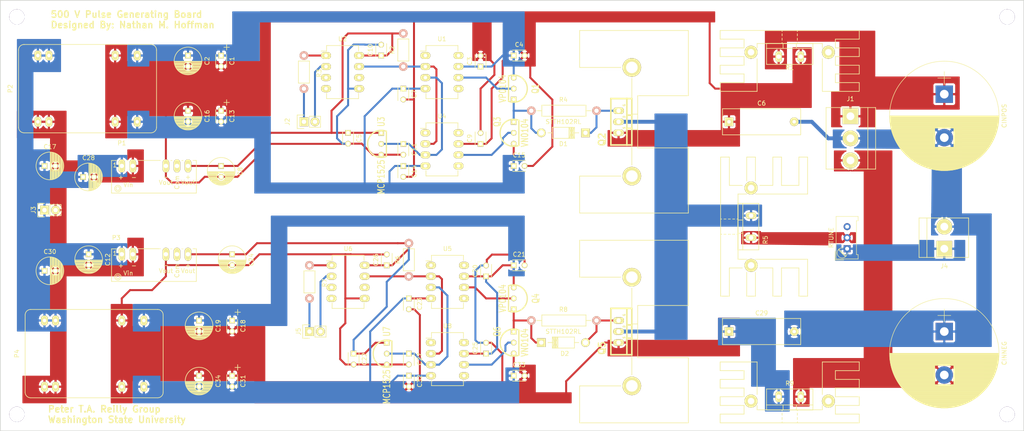
<source format=kicad_pcb>
(kicad_pcb (version 4) (host pcbnew 4.0.7)
  (layers (0 F.Cu signal) (31 B.Cu signal) (34 B.Paste user) (35 F.Paste user) (36 B.SilkS user) (37 F.SilkS user) (38 B.Mask user) (39 F.Mask user) (44 Edge.Cuts user))
  (net 0 "")
  (net 1 "Net-(C1-Pad1)")
  (net 2 "Net-(C1-Pad2)")
  (net 3 "Net-(C10-Pad1)")
  (net 4 GND)
  (net 5 "Net-(C11-Pad1)")
  (net 6 "Net-(C12-Pad2)")
  (net 7 "Net-(C12-Pad1)")
  (net 8 "Net-(C13-Pad2)")
  (net 9 "Net-(C18-Pad1)")
  (net 10 "Net-(C18-Pad2)")
  (net 11 "Net-(C22-Pad1)")
  (net 12 "Net-(C23-Pad1)")
  (net 13 "Net-(C27-Pad1)")
  (net 14 "Net-(D1-Pad2)")
  (net 15 "Net-(D1-Pad1)")
  (net 16 "Net-(D2-Pad2)")
  (net 17 "Net-(D2-Pad1)")
  (net 18 "Net-(J1-Pad1)")
  (net 19 "Net-(J1-Pad3)")
  (net 20 "Net-(J2-Pad1)")
  (net 21 "Net-(J2-Pad2)")
  (net 22 "Net-(J4-Pad1)")
  (net 23 "Net-(J5-Pad1)")
  (net 24 "Net-(J5-Pad2)")
  (net 25 "Net-(Q2-Pad2)")
  (net 26 "Net-(R2-Pad1)")
  (net 27 "Net-(R3-Pad1)")
  (net 28 "Net-(R6-Pad1)")
  (net 29 "Net-(R7-Pad1)")
  (net 30 "Net-(Q1-Pad2)")
  (net 31 "Net-(Q3-Pad2)")
  (net 32 "Net-(Q4-Pad2)")
  (net 33 "Net-(Q6-Pad2)")
  (module User_Defined:C_Tantalum_D3_P2.5 (layer F.Cu) (at 69.342 48.514 270)
    (fp_text reference C1 (at 1.25 -2.5 270) (layer F.SilkS))
    (fp_text value 2.2uF hide)
    (pad 1 thru_hole rect (at 0 0 270) (size 1.3 1.3) (drill 0.8) (layers *.Cu *.Mask F.SilkS) (net 1 "Net-(C1-Pad1)"))
    (pad 2 thru_hole circle (at 2.5 0 270) (size 1.3 1.3) (drill 0.8001) (layers *.Cu *.Mask F.SilkS) (net 2 "Net-(C1-Pad2)"))
  )
  (module Capacitors_ThroughHole:C_Radial_D6.3_L11.2_P2.5 (layer F.Cu) (at 61.722 48.514 270)
    (fp_text reference C2 (at 1.25 -4.4 270) (layer F.SilkS))
    (fp_text value 100uF)
    (pad 2 thru_hole circle (at 2.5 0 270) (size 1.3 1.3) (drill 0.8) (layers *.Cu *.Mask F.SilkS) (net 2 "Net-(C1-Pad2)"))
    (pad 1 thru_hole rect (at 0 0 270) (size 1.3 1.3) (drill 0.8) (layers *.Cu *.Mask F.SilkS) (net 1 "Net-(C1-Pad1)"))
  )
  (module Capacitors_ThroughHole:C_Disc_D3_P2.5 (layer F.Cu) (at 129.032 51.054 90)
    (fp_text reference C3 (at 1.25 -2.5 90) (layer F.SilkS))
    (fp_text value 0.01uF)
    (pad 1 thru_hole rect (at 0 0 90) (size 1.3 1.3) (drill 0.8) (layers *.Cu *.Mask F.SilkS) (net 1 "Net-(C1-Pad1)"))
    (pad 2 thru_hole circle (at 2.5 0 90) (size 1.3 1.3) (drill 0.8001) (layers *.Cu *.Mask F.SilkS) (net 2 "Net-(C1-Pad2)"))
  )
  (module Capacitors_ThroughHole:C_Disc_D3_P2.5 (layer F.Cu) (at 136.652 48.514)
    (fp_text reference C4 (at 1.25 -2.5) (layer F.SilkS))
    (fp_text value 1uF)
    (pad 1 thru_hole rect (at 0 0) (size 1.3 1.3) (drill 0.8) (layers *.Cu *.Mask F.SilkS) (net 1 "Net-(C1-Pad1)"))
    (pad 2 thru_hole circle (at 2.5 0) (size 1.3 1.3) (drill 0.8001) (layers *.Cu *.Mask F.SilkS) (net 2 "Net-(C1-Pad2)"))
  )
  (module Capacitors_ThroughHole:C_Disc_D3_P2.5 (layer F.Cu) (at 98.552 66.294 270)
    (fp_text reference C5 (at 1.25 -2.5 270) (layer F.SilkS))
    (fp_text value 0.1uF)
    (pad 1 thru_hole rect (at 0 0 270) (size 1.3 1.3) (drill 0.8) (layers *.Cu *.Mask F.SilkS) (net 3 "Net-(C10-Pad1)"))
    (pad 2 thru_hole circle (at 2.5 0 270) (size 1.3 1.3) (drill 0.8001) (layers *.Cu *.Mask F.SilkS) (net 2 "Net-(C1-Pad2)"))
  )
  (module "User_Defined:ECW-FA2J(10-68)4J" (layer F.Cu) (at 186.182 63.754)
    (fp_text reference C6 (at 7.5 -4.25) (layer F.SilkS))
    (fp_text value 0.22uF)
    (pad 1 thru_hole rect (at 0 0) (size 2 2) (drill 0.8) (layers *.Cu *.Mask F.SilkS) (net 2 "Net-(C1-Pad2)"))
    (pad 2 thru_hole circle (at 15 0) (size 2 2) (drill 0.8) (layers *.Cu *.Mask F.SilkS) (net 4 GND))
  )
  (module Capacitors_ThroughHole:C_Disc_D3_P2.5 (layer F.Cu) (at 111.252 56.134 270)
    (fp_text reference C7 (at 1.25 -2.5 270) (layer F.SilkS))
    (fp_text value 0.01uF)
    (pad 1 thru_hole rect (at 0 0 270) (size 1.3 1.3) (drill 0.8) (layers *.Cu *.Mask F.SilkS) (net 8 "Net-(C13-Pad2)"))
    (pad 2 thru_hole circle (at 2.5 0 270) (size 1.3 1.3) (drill 0.8001) (layers *.Cu *.Mask F.SilkS) (net 2 "Net-(C1-Pad2)"))
  )
  (module Capacitors_ThroughHole:C_Radial_D6.3_L11.2_P2.5 (layer F.Cu) (at 69.342 73.914 270)
    (fp_text reference C8 (at 1.25 -4.4 270) (layer F.SilkS))
    (fp_text value 100uF)
    (pad 2 thru_hole circle (at 2.5 0 270) (size 1.3 1.3) (drill 0.8) (layers *.Cu *.Mask F.SilkS) (net 2 "Net-(C1-Pad2)"))
    (pad 1 thru_hole rect (at 0 0 270) (size 1.3 1.3) (drill 0.8) (layers *.Cu *.Mask F.SilkS) (net 3 "Net-(C10-Pad1)"))
  )
  (module Capacitors_ThroughHole:C_Disc_D3_P2.5 (layer F.Cu) (at 129.032 68.834 90)
    (fp_text reference C9 (at 1.25 -2.5 90) (layer F.SilkS))
    (fp_text value 0.01uF)
    (pad 1 thru_hole rect (at 0 0 90) (size 1.3 1.3) (drill 0.8) (layers *.Cu *.Mask F.SilkS) (net 1 "Net-(C1-Pad1)"))
    (pad 2 thru_hole circle (at 2.5 0 90) (size 1.3 1.3) (drill 0.8001) (layers *.Cu *.Mask F.SilkS) (net 2 "Net-(C1-Pad2)"))
  )
  (module Capacitors_ThroughHole:C_Disc_D3_P2.5 (layer F.Cu) (at 106.172 48.514 90)
    (fp_text reference C10 (at 1.25 -2.5 90) (layer F.SilkS))
    (fp_text value 0.1uF)
    (pad 1 thru_hole rect (at 0 0 90) (size 1.3 1.3) (drill 0.8) (layers *.Cu *.Mask F.SilkS) (net 3 "Net-(C10-Pad1)"))
    (pad 2 thru_hole circle (at 2.5 0 90) (size 1.3 1.3) (drill 0.8001) (layers *.Cu *.Mask F.SilkS) (net 2 "Net-(C1-Pad2)"))
  )
  (module Capacitors_ThroughHole:C_Disc_D3_P2.5 (layer F.Cu) (at 111.252 68.834 270)
    (fp_text reference C11 (at 1.25 -2.5 270) (layer F.SilkS))
    (fp_text value 10uF)
    (pad 1 thru_hole rect (at 0 0 270) (size 1.3 1.3) (drill 0.8) (layers *.Cu *.Mask F.SilkS) (net 5 "Net-(C11-Pad1)"))
    (pad 2 thru_hole circle (at 2.5 0 270) (size 1.3 1.3) (drill 0.8001) (layers *.Cu *.Mask F.SilkS) (net 2 "Net-(C1-Pad2)"))
  )
  (module Capacitors_ThroughHole:C_Radial_D6.3_L11.2_P2.5 (layer F.Cu) (at 38.862 94.234 270)
    (fp_text reference C12 (at 1.25 -4.4 270) (layer F.SilkS))
    (fp_text value 100uF)
    (pad 2 thru_hole circle (at 2.5 0 270) (size 1.3 1.3) (drill 0.8) (layers *.Cu *.Mask F.SilkS) (net 6 "Net-(C12-Pad2)"))
    (pad 1 thru_hole rect (at 0 0 270) (size 1.3 1.3) (drill 0.8) (layers *.Cu *.Mask F.SilkS) (net 7 "Net-(C12-Pad1)"))
  )
  (module User_Defined:C_Tantalum_D3_P2.5 (layer F.Cu) (at 69.342 61.214 270)
    (fp_text reference C13 (at 1.25 -2.5 270) (layer F.SilkS))
    (fp_text value 2.2uF hide)
    (pad 1 thru_hole rect (at 0 0 270) (size 1.3 1.3) (drill 0.8) (layers *.Cu *.Mask F.SilkS) (net 2 "Net-(C1-Pad2)"))
    (pad 2 thru_hole circle (at 2.5 0 270) (size 1.3 1.3) (drill 0.8001) (layers *.Cu *.Mask F.SilkS) (net 8 "Net-(C13-Pad2)"))
  )
  (module Capacitors_ThroughHole:C_Disc_D3_P2.5 (layer F.Cu) (at 111.252 73.914 270)
    (fp_text reference C14 (at 1.25 -2.5 270) (layer F.SilkS))
    (fp_text value 0.01uF)
    (pad 1 thru_hole rect (at 0 0 270) (size 1.3 1.3) (drill 0.8) (layers *.Cu *.Mask F.SilkS) (net 8 "Net-(C13-Pad2)"))
    (pad 2 thru_hole circle (at 2.5 0 270) (size 1.3 1.3) (drill 0.8001) (layers *.Cu *.Mask F.SilkS) (net 2 "Net-(C1-Pad2)"))
  )
  (module Capacitors_ThroughHole:C_Disc_D3_P2.5 (layer F.Cu) (at 136.652 73.914)
    (fp_text reference C15 (at 1.25 -2.5) (layer F.SilkS))
    (fp_text value 1uF)
    (pad 1 thru_hole rect (at 0 0) (size 1.3 1.3) (drill 0.8) (layers *.Cu *.Mask F.SilkS) (net 8 "Net-(C13-Pad2)"))
    (pad 2 thru_hole circle (at 2.5 0) (size 1.3 1.3) (drill 0.8001) (layers *.Cu *.Mask F.SilkS) (net 2 "Net-(C1-Pad2)"))
  )
  (module Capacitors_ThroughHole:C_Radial_D6.3_L11.2_P2.5 (layer F.Cu) (at 61.722 61.214 270)
    (fp_text reference C16 (at 1.25 -4.4 270) (layer F.SilkS))
    (fp_text value 100uF)
    (pad 2 thru_hole circle (at 2.5 0 270) (size 1.3 1.3) (drill 0.8) (layers *.Cu *.Mask F.SilkS) (net 8 "Net-(C13-Pad2)"))
    (pad 1 thru_hole rect (at 0 0 270) (size 1.3 1.3) (drill 0.8) (layers *.Cu *.Mask F.SilkS) (net 2 "Net-(C1-Pad2)"))
  )
  (module Capacitors_ThroughHole:C_Radial_D6.3_L11.2_P2.5 (layer F.Cu) (at 28.702 73.914)
    (fp_text reference C17 (at 1.25 -4.4) (layer F.SilkS))
    (fp_text value 100uF)
    (pad 2 thru_hole circle (at 2.5 0) (size 1.3 1.3) (drill 0.8) (layers *.Cu *.Mask F.SilkS) (net 6 "Net-(C12-Pad2)"))
    (pad 1 thru_hole rect (at 0 0) (size 1.3 1.3) (drill 0.8) (layers *.Cu *.Mask F.SilkS) (net 7 "Net-(C12-Pad1)"))
  )
  (module User_Defined:C_Tantalum_D3_P2.5 (layer F.Cu) (at 71.882 109.474 270)
    (fp_text reference C18 (at 1.25 -2.5 270) (layer F.SilkS))
    (fp_text value 2.2uF hide)
    (pad 1 thru_hole rect (at 0 0 270) (size 1.3 1.3) (drill 0.8) (layers *.Cu *.Mask F.SilkS) (net 9 "Net-(C18-Pad1)"))
    (pad 2 thru_hole circle (at 2.5 0 270) (size 1.3 1.3) (drill 0.8001) (layers *.Cu *.Mask F.SilkS) (net 10 "Net-(C18-Pad2)"))
  )
  (module Capacitors_ThroughHole:C_Radial_D6.3_L11.2_P2.5 (layer F.Cu) (at 64.262 109.474 270)
    (fp_text reference C19 (at 1.25 -4.4 270) (layer F.SilkS))
    (fp_text value 100uF)
    (pad 2 thru_hole circle (at 2.5 0 270) (size 1.3 1.3) (drill 0.8) (layers *.Cu *.Mask F.SilkS) (net 10 "Net-(C18-Pad2)"))
    (pad 1 thru_hole rect (at 0 0 270) (size 1.3 1.3) (drill 0.8) (layers *.Cu *.Mask F.SilkS) (net 9 "Net-(C18-Pad1)"))
  )
  (module Capacitors_ThroughHole:C_Disc_D3_P2.5 (layer F.Cu) (at 130.302 99.314 90)
    (fp_text reference C20 (at 1.25 -2.5 90) (layer F.SilkS))
    (fp_text value 0.01uF)
    (pad 1 thru_hole rect (at 0 0 90) (size 1.3 1.3) (drill 0.8) (layers *.Cu *.Mask F.SilkS) (net 9 "Net-(C18-Pad1)"))
    (pad 2 thru_hole circle (at 2.5 0 90) (size 1.3 1.3) (drill 0.8001) (layers *.Cu *.Mask F.SilkS) (net 10 "Net-(C18-Pad2)"))
  )
  (module Capacitors_ThroughHole:C_Disc_D3_P2.5 (layer F.Cu) (at 136.652 96.774)
    (fp_text reference C21 (at 1.25 -2.5) (layer F.SilkS))
    (fp_text value 1uF)
    (pad 1 thru_hole rect (at 0 0) (size 1.3 1.3) (drill 0.8) (layers *.Cu *.Mask F.SilkS) (net 9 "Net-(C18-Pad1)"))
    (pad 2 thru_hole circle (at 2.5 0) (size 1.3 1.3) (drill 0.8001) (layers *.Cu *.Mask F.SilkS) (net 10 "Net-(C18-Pad2)"))
  )
  (module Capacitors_ThroughHole:C_Disc_D3_P2.5 (layer F.Cu) (at 99.822 117.094 270)
    (fp_text reference C22 (at 1.25 -2.5 270) (layer F.SilkS))
    (fp_text value 0.1uF)
    (pad 1 thru_hole rect (at 0 0 270) (size 1.3 1.3) (drill 0.8) (layers *.Cu *.Mask F.SilkS) (net 11 "Net-(C22-Pad1)"))
    (pad 2 thru_hole circle (at 2.5 0 270) (size 1.3 1.3) (drill 0.8001) (layers *.Cu *.Mask F.SilkS) (net 10 "Net-(C18-Pad2)"))
  )
  (module Capacitors_ThroughHole:C_Disc_D3_P2.5 (layer F.Cu) (at 112.522 104.394 270)
    (fp_text reference C23 (at 1.25 -2.5 270) (layer F.SilkS))
    (fp_text value 0.01uF)
    (pad 1 thru_hole rect (at 0 0 270) (size 1.3 1.3) (drill 0.8) (layers *.Cu *.Mask F.SilkS) (net 12 "Net-(C23-Pad1)"))
    (pad 2 thru_hole circle (at 2.5 0 270) (size 1.3 1.3) (drill 0.8001) (layers *.Cu *.Mask F.SilkS) (net 10 "Net-(C18-Pad2)"))
  )
  (module Capacitors_ThroughHole:C_Radial_D6.3_L11.2_P2.5 (layer F.Cu) (at 71.882 94.234 270)
    (fp_text reference C24 (at 1.25 -4.4 270) (layer F.SilkS))
    (fp_text value 100uF)
    (pad 2 thru_hole circle (at 2.5 0 270) (size 1.3 1.3) (drill 0.8) (layers *.Cu *.Mask F.SilkS) (net 10 "Net-(C18-Pad2)"))
    (pad 1 thru_hole rect (at 0 0 270) (size 1.3 1.3) (drill 0.8) (layers *.Cu *.Mask F.SilkS) (net 11 "Net-(C22-Pad1)"))
  )
  (module Capacitors_ThroughHole:C_Disc_D3_P2.5 (layer F.Cu) (at 130.302 117.094 90)
    (fp_text reference C25 (at 1.25 -2.5 90) (layer F.SilkS))
    (fp_text value 0.01uF)
    (pad 1 thru_hole rect (at 0 0 90) (size 1.3 1.3) (drill 0.8) (layers *.Cu *.Mask F.SilkS) (net 9 "Net-(C18-Pad1)"))
    (pad 2 thru_hole circle (at 2.5 0 90) (size 1.3 1.3) (drill 0.8001) (layers *.Cu *.Mask F.SilkS) (net 10 "Net-(C18-Pad2)"))
  )
  (module Capacitors_ThroughHole:C_Disc_D3_P2.5 (layer F.Cu) (at 107.442 96.774 90)
    (fp_text reference C26 (at 1.25 -2.5 90) (layer F.SilkS))
    (fp_text value 0.1uF)
    (pad 1 thru_hole rect (at 0 0 90) (size 1.3 1.3) (drill 0.8) (layers *.Cu *.Mask F.SilkS) (net 11 "Net-(C22-Pad1)"))
    (pad 2 thru_hole circle (at 2.5 0 90) (size 1.3 1.3) (drill 0.8001) (layers *.Cu *.Mask F.SilkS) (net 10 "Net-(C18-Pad2)"))
  )
  (module Capacitors_ThroughHole:C_Disc_D3_P2.5 (layer F.Cu) (at 112.522 117.094 270)
    (fp_text reference C27 (at 1.25 -2.5 270) (layer F.SilkS))
    (fp_text value 10uF)
    (pad 1 thru_hole rect (at 0 0 270) (size 1.3 1.3) (drill 0.8) (layers *.Cu *.Mask F.SilkS) (net 13 "Net-(C27-Pad1)"))
    (pad 2 thru_hole circle (at 2.5 0 270) (size 1.3 1.3) (drill 0.8001) (layers *.Cu *.Mask F.SilkS) (net 10 "Net-(C18-Pad2)"))
  )
  (module Capacitors_ThroughHole:C_Radial_D6.3_L11.2_P2.5 (layer F.Cu) (at 37.592 76.454)
    (fp_text reference C28 (at 1.25 -4.4) (layer F.SilkS))
    (fp_text value 100uF)
    (pad 2 thru_hole circle (at 2.5 0) (size 1.3 1.3) (drill 0.8) (layers *.Cu *.Mask F.SilkS) (net 6 "Net-(C12-Pad2)"))
    (pad 1 thru_hole rect (at 0 0) (size 1.3 1.3) (drill 0.8) (layers *.Cu *.Mask F.SilkS) (net 7 "Net-(C12-Pad1)"))
  )
  (module "User_Defined:ECW-FA2J(10-68)4J" (layer F.Cu) (at 186.182 112.014)
    (fp_text reference C29 (at 7.5 -4.25) (layer F.SilkS))
    (fp_text value 0.22uF)
    (pad 1 thru_hole rect (at 0 0) (size 2 2) (drill 0.8) (layers *.Cu *.Mask F.SilkS) (net 10 "Net-(C18-Pad2)"))
    (pad 2 thru_hole circle (at 15 0) (size 2 2) (drill 0.8) (layers *.Cu *.Mask F.SilkS) (net 4 GND))
  )
  (module Capacitors_ThroughHole:C_Radial_D6.3_L11.2_P2.5 (layer F.Cu) (at 28.702 98.044)
    (fp_text reference C30 (at 1.25 -4.4) (layer F.SilkS))
    (fp_text value 100uF)
    (pad 2 thru_hole circle (at 2.5 0) (size 1.3 1.3) (drill 0.8) (layers *.Cu *.Mask F.SilkS) (net 6 "Net-(C12-Pad2)"))
    (pad 1 thru_hole rect (at 0 0) (size 1.3 1.3) (drill 0.8) (layers *.Cu *.Mask F.SilkS) (net 7 "Net-(C12-Pad1)"))
  )
  (module User_Defined:C_Tantalum_D3_P2.5 (layer F.Cu) (at 71.882 122.174 270)
    (fp_text reference C31 (at 1.25 -2.5 270) (layer F.SilkS))
    (fp_text value 2.2uF hide)
    (pad 1 thru_hole rect (at 0 0 270) (size 1.3 1.3) (drill 0.8) (layers *.Cu *.Mask F.SilkS) (net 10 "Net-(C18-Pad2)"))
    (pad 2 thru_hole circle (at 2.5 0 270) (size 1.3 1.3) (drill 0.8001) (layers *.Cu *.Mask F.SilkS) (net 12 "Net-(C23-Pad1)"))
  )
  (module Capacitors_ThroughHole:C_Disc_D3_P2.5 (layer F.Cu) (at 112.522 122.174 270)
    (fp_text reference C32 (at 1.25 -2.5 270) (layer F.SilkS))
    (fp_text value 0.01uF)
    (pad 1 thru_hole rect (at 0 0 270) (size 1.3 1.3) (drill 0.8) (layers *.Cu *.Mask F.SilkS) (net 12 "Net-(C23-Pad1)"))
    (pad 2 thru_hole circle (at 2.5 0 270) (size 1.3 1.3) (drill 0.8001) (layers *.Cu *.Mask F.SilkS) (net 10 "Net-(C18-Pad2)"))
  )
  (module Capacitors_ThroughHole:C_Disc_D3_P2.5 (layer F.Cu) (at 136.652 122.174)
    (fp_text reference C33 (at 1.25 -2.5) (layer F.SilkS))
    (fp_text value 1uF)
    (pad 1 thru_hole rect (at 0 0) (size 1.3 1.3) (drill 0.8) (layers *.Cu *.Mask F.SilkS) (net 12 "Net-(C23-Pad1)"))
    (pad 2 thru_hole circle (at 2.5 0) (size 1.3 1.3) (drill 0.8001) (layers *.Cu *.Mask F.SilkS) (net 10 "Net-(C18-Pad2)"))
  )
  (module Capacitors_ThroughHole:C_Radial_D6.3_L11.2_P2.5 (layer F.Cu) (at 64.262 122.174 270)
    (fp_text reference C34 (at 1.25 -4.4 270) (layer F.SilkS))
    (fp_text value 100uF)
    (pad 2 thru_hole circle (at 2.5 0 270) (size 1.3 1.3) (drill 0.8) (layers *.Cu *.Mask F.SilkS) (net 12 "Net-(C23-Pad1)"))
    (pad 1 thru_hole rect (at 0 0 270) (size 1.3 1.3) (drill 0.8) (layers *.Cu *.Mask F.SilkS) (net 10 "Net-(C18-Pad2)"))
  )
  (module Diodes_ThroughHole:Diode_DO-41_SOD81_Horizontal_RM10 (layer F.Cu) (at 153.162 66.294 180)
    (fp_text reference D1 (at 5.08 -2.54 180) (layer F.SilkS))
    (fp_text value STTH102RL (at 5.08 2.54 180) (layer F.SilkS))
    (pad 2 thru_hole circle (at 10.16 -0.00254) (size 1.99898 1.99898) (drill 1.27) (layers *.Cu *.Mask F.SilkS) (net 14 "Net-(D1-Pad2)"))
    (pad 1 thru_hole rect (at 0 -0.00254) (size 1.99898 1.99898) (drill 1.00076) (layers *.Cu *.Mask F.SilkS) (net 15 "Net-(D1-Pad1)"))
  )
  (module Diodes_ThroughHole:Diode_DO-41_SOD81_Horizontal_RM10 (layer F.Cu) (at 143.002 114.554)
    (fp_text reference D2 (at 5.38734 2.53746) (layer F.SilkS))
    (fp_text value STTH102RL (at 5.08 -2.54) (layer F.SilkS))
    (pad 2 thru_hole circle (at 10.16 -0.00254 180) (size 1.99898 1.99898) (drill 1.27) (layers *.Cu *.Mask F.SilkS) (net 16 "Net-(D2-Pad2)"))
    (pad 1 thru_hole rect (at 0 -0.00254 180) (size 1.99898 1.99898) (drill 1.00076) (layers *.Cu *.Mask F.SilkS) (net 17 "Net-(D2-Pad1)"))
  )
  (module User_Defined:Pin_Header_Molex_10-32-1031 (layer F.Cu) (at 214.122 62.484)
    (fp_text reference J1 (at 0 -4) (layer F.SilkS))
    (fp_text value CONN_01X03 hide)
    (pad 1 thru_hole rect (at 0 0) (size 3.6 3.6) (drill 1.8) (layers *.Cu *.Mask F.SilkS) (net 18 "Net-(J1-Pad1)"))
    (pad 2 thru_hole oval (at 0 5.08) (size 3.6 3.6) (drill 1.8) (layers *.Cu *.Mask F.SilkS) (net 4 GND))
    (pad 3 thru_hole oval (at 0 10.16) (size 3.6 3.6) (drill 1.8) (layers *.Cu *.Mask F.SilkS) (net 19 "Net-(J1-Pad3)"))
  )
  (module Pin_Headers:Pin_Header_Straight_1x02 (layer F.Cu) (at 88.392 63.754 90)
    (fp_text reference J2 (at 0 -3.81 90) (layer F.SilkS))
    (fp_text value CONN_01X02 hide)
    (pad 1 thru_hole rect (at 0 0 90) (size 2.032 2.032) (drill 1.016) (layers *.Cu *.Mask F.SilkS) (net 20 "Net-(J2-Pad1)"))
    (pad 2 thru_hole oval (at 0 2.54 90) (size 2.032 2.032) (drill 1.016) (layers *.Cu *.Mask F.SilkS) (net 21 "Net-(J2-Pad2)"))
  )
  (module Pin_Headers:Pin_Header_Straight_1x02 (layer F.Cu) (at 28.702 84.074 90)
    (fp_text reference J3 (at 0 -2.54 90) (layer F.SilkS))
    (fp_text value CONN_01X02 hide)
    (pad 1 thru_hole rect (at 0 0 90) (size 2.032 2.032) (drill 1.016) (layers *.Cu *.Mask F.SilkS) (net 7 "Net-(C12-Pad1)"))
    (pad 2 thru_hole oval (at 0 2.54 90) (size 2.032 2.032) (drill 1.016) (layers *.Cu *.Mask F.SilkS) (net 6 "Net-(C12-Pad2)"))
  )
  (module User_Defined:Pin_Header_Molex_10-32-1021 (layer F.Cu) (at 235.712 92.964 180)
    (fp_text reference J4 (at 0 -4 180) (layer F.SilkS))
    (fp_text value CONN_01X02 hide)
    (pad 1 thru_hole rect (at 0 0 180) (size 3.6 3.6) (drill 1.8) (layers *.Cu *.Mask F.SilkS) (net 22 "Net-(J4-Pad1)"))
    (pad 2 thru_hole oval (at 0 5.08 180) (size 3.6 3.6) (drill 1.8) (layers *.Cu *.Mask F.SilkS) (net 4 GND))
  )
  (module Pin_Headers:Pin_Header_Straight_1x02 (layer F.Cu) (at 89.662 112.014 90)
    (fp_text reference J5 (at 0 -2.54 90) (layer F.SilkS))
    (fp_text value CONN_01X02 hide)
    (pad 1 thru_hole rect (at 0 0 90) (size 2.032 2.032) (drill 1.016) (layers *.Cu *.Mask F.SilkS) (net 23 "Net-(J5-Pad1)"))
    (pad 2 thru_hole oval (at 0 2.54 90) (size 2.032 2.032) (drill 1.016) (layers *.Cu *.Mask F.SilkS) (net 24 "Net-(J5-Pad2)"))
  )
  (module User_Defined:DCDC-Conv_CUI_PEM2_DUAL (layer F.Cu) (at 46.482 73.914)
    (fp_text reference P1 (at 0 -5.25) (layer F.SilkS))
    (fp_text value PEM2-S24-S5-S)
    (fp_text user Vout (at 10.16 3.81) (layer F.SilkS))
    (fp_text user 1 (at -1.6 -0.2) (layer F.SilkS))
    (fp_text user Vout (at 15.24 3.81) (layer F.SilkS))
    (fp_text user Vin (at 1.5008 4.35006) (layer F.SilkS))
    (fp_text user Com (at 12.7 3.81 90) (layer F.SilkS))
    (fp_text user + (at 15.24 2.54) (layer F.SilkS))
    (fp_text user - (at 10.16 2.54) (layer F.SilkS))
    (fp_text user - (at 2.79874 2.6) (layer F.SilkS))
    (fp_text user + (at -0.201 2.6) (layer F.SilkS))
    (pad 7 thru_hole oval (at 15.24 0) (size 1.50114 2.99974) (drill 1.00076) (layers *.Cu *.Mask F.SilkS) (net 3 "Net-(C10-Pad1)"))
    (pad 1 thru_hole oval (at 0 0) (size 1.50114 2.99974) (drill 1.00076) (layers *.Cu *.Mask F.SilkS) (net 7 "Net-(C12-Pad1)"))
    (pad 2 thru_hole oval (at 2.55016 0) (size 1.50114 2.99974) (drill 1.00076) (layers *.Cu *.Mask F.SilkS) (net 6 "Net-(C12-Pad2)"))
    (pad 5 thru_hole oval (at 10.1498 0) (size 1.50114 2.99974) (drill 1.00076) (layers *.Cu *.Mask F.SilkS) (net 2 "Net-(C1-Pad2)"))
    (pad 6 thru_hole oval (at 12.7 0) (size 1.50114 2.99974) (drill 1.00076) (layers *.Cu *.Mask F.SilkS))
  )
  (module User_Defined:JCJ0824D15 (layer F.Cu) (at 37.338 56.134 90)
    (fp_text reference P2 (at 0 -16.51 90) (layer F.SilkS))
    (fp_text value JCJ0824D15 hide)
    (pad 2 thru_hole oval (at -7.62 -10.16 90) (size 2.3 1.6) (drill 0.8) (layers *.Cu *.Mask F.SilkS) (net 6 "Net-(C12-Pad2)"))
    (pad 3 thru_hole oval (at -7.62 -7.62 90) (size 2.3 1.6) (drill 0.8) (layers *.Cu *.Mask F.SilkS) (net 6 "Net-(C12-Pad2)"))
    (pad 9 thru_hole oval (at -7.62 7.62 90) (size 2.3 1.6) (drill 0.8) (layers *.Cu *.Mask F.SilkS) (net 2 "Net-(C1-Pad2)"))
    (pad 11 thru_hole oval (at -7.62 12.7 90) (size 2.3 1.6) (drill 0.8) (layers *.Cu *.Mask F.SilkS) (net 8 "Net-(C13-Pad2)"))
    (pad 14 thru_hole oval (at 7.62 12.7 90) (size 2.3 1.6) (drill 0.8) (layers *.Cu *.Mask F.SilkS) (net 1 "Net-(C1-Pad1)"))
    (pad 16 thru_hole oval (at 7.62 7.62 90) (size 2.3 1.6) (drill 0.8) (layers *.Cu *.Mask F.SilkS) (net 2 "Net-(C1-Pad2)"))
    (pad 22 thru_hole oval (at 7.62 -7.62 90) (size 2.3 1.6) (drill 0.8) (layers *.Cu *.Mask F.SilkS) (net 7 "Net-(C12-Pad1)"))
    (pad 23 thru_hole oval (at 7.62 -10.16 90) (size 2.3 1.6) (drill 0.8) (layers *.Cu *.Mask F.SilkS) (net 7 "Net-(C12-Pad1)"))
  )
  (module User_Defined:DCDC-Conv_CUI_PEM2_DUAL (layer F.Cu) (at 46.482 94.234)
    (fp_text reference P3 (at -1.27 -3.81) (layer F.SilkS))
    (fp_text value PEM2-S24-S5-S)
    (fp_text user Vout (at 10.16 3.81) (layer F.SilkS))
    (fp_text user 1 (at -1.6 -0.2) (layer F.SilkS))
    (fp_text user Vout (at 15.24 3.81) (layer F.SilkS))
    (fp_text user Vin (at 1.5008 4.35006) (layer F.SilkS))
    (fp_text user Com (at 12.7 3.81 90) (layer F.SilkS))
    (fp_text user + (at 15.24 2.54) (layer F.SilkS))
    (fp_text user - (at 10.16 2.54) (layer F.SilkS))
    (fp_text user - (at 2.79874 2.6) (layer F.SilkS))
    (fp_text user + (at -0.201 2.6) (layer F.SilkS))
    (pad 7 thru_hole oval (at 15.24 0) (size 1.50114 2.99974) (drill 1.00076) (layers *.Cu *.Mask F.SilkS) (net 11 "Net-(C22-Pad1)"))
    (pad 1 thru_hole oval (at 0 0) (size 1.50114 2.99974) (drill 1.00076) (layers *.Cu *.Mask F.SilkS) (net 7 "Net-(C12-Pad1)"))
    (pad 2 thru_hole oval (at 2.55016 0) (size 1.50114 2.99974) (drill 1.00076) (layers *.Cu *.Mask F.SilkS) (net 6 "Net-(C12-Pad2)"))
    (pad 5 thru_hole oval (at 10.1498 0) (size 1.50114 2.99974) (drill 1.00076) (layers *.Cu *.Mask F.SilkS) (net 10 "Net-(C18-Pad2)"))
    (pad 6 thru_hole oval (at 12.7 0) (size 1.50114 2.99974) (drill 1.00076) (layers *.Cu *.Mask F.SilkS))
  )
  (module User_Defined:JCJ0824D15 (layer F.Cu) (at 38.862 117.094 90)
    (fp_text reference P4 (at 0 -16.51 90) (layer F.SilkS))
    (fp_text value JCJ0824D15 hide)
    (pad 2 thru_hole oval (at -7.62 -10.16 90) (size 2.3 1.6) (drill 0.8) (layers *.Cu *.Mask F.SilkS) (net 6 "Net-(C12-Pad2)"))
    (pad 3 thru_hole oval (at -7.62 -7.62 90) (size 2.3 1.6) (drill 0.8) (layers *.Cu *.Mask F.SilkS) (net 6 "Net-(C12-Pad2)"))
    (pad 9 thru_hole oval (at -7.62 7.62 90) (size 2.3 1.6) (drill 0.8) (layers *.Cu *.Mask F.SilkS) (net 10 "Net-(C18-Pad2)"))
    (pad 11 thru_hole oval (at -7.62 12.7 90) (size 2.3 1.6) (drill 0.8) (layers *.Cu *.Mask F.SilkS) (net 12 "Net-(C23-Pad1)"))
    (pad 14 thru_hole oval (at 7.62 12.7 90) (size 2.3 1.6) (drill 0.8) (layers *.Cu *.Mask F.SilkS) (net 9 "Net-(C18-Pad1)"))
    (pad 16 thru_hole oval (at 7.62 7.62 90) (size 2.3 1.6) (drill 0.8) (layers *.Cu *.Mask F.SilkS) (net 10 "Net-(C18-Pad2)"))
    (pad 22 thru_hole oval (at 7.62 -7.62 90) (size 2.3 1.6) (drill 0.8) (layers *.Cu *.Mask F.SilkS) (net 7 "Net-(C12-Pad1)"))
    (pad 23 thru_hole oval (at 7.62 -10.16 90) (size 2.3 1.6) (drill 0.8) (layers *.Cu *.Mask F.SilkS) (net 7 "Net-(C12-Pad1)"))
  )
  (module User_Defined:TO92-DGS-VP0104 (layer F.Cu) (at 136.652 56.134 270)
    (fp_text reference Q1 (at 0 -4.99618 270) (layer F.SilkS) (effects (font (size 1.524 1.143) (thickness 0.2032))))
    (fp_text value VP0104 (at 0 2.54 270) (layer F.SilkS) (effects (font (size 1.524 1.143) (thickness 0.2032))))
    (pad 1 thru_hole rect (at 2.5019 0 270) (size 1.30048 1.30048) (drill 0.70104) (layers *.Cu *.Mask F.SilkS) (net 14 "Net-(D1-Pad2)"))
    (pad 2 thru_hole circle (at 0 0 270) (size 1.30048 1.30048) (drill 0.70104) (layers *.Cu *.Mask F.SilkS) (net 30 "Net-(Q1-Pad2)"))
    (pad 3 thru_hole circle (at -2.49682 0 270) (size 1.30048 1.30048) (drill 0.70104) (layers *.Cu *.Mask F.SilkS) (net 1 "Net-(C1-Pad1)"))
  )
  (module User_Defined:FQP3P20 (layer F.Cu) (at 160.782 63.754 270)
    (fp_text reference Q2 (at 4.064 3.81 270) (layer F.SilkS) (effects (font (thickness 0.3048))))
    (fp_text value FQP3P50 hide)
    (fp_text user S (at 1.397 -1.27 270) (layer F.SilkS) (effects (font (size 0.50038 0.50038) (thickness 0.12446))))
    (fp_text user D (at -1.143 -1.27 270) (layer F.SilkS) (effects (font (size 0.50038 0.50038) (thickness 0.12446))))
    (fp_text user G (at -3.81 -1.27 270) (layer F.SilkS) (effects (font (size 0.50038 0.50038) (thickness 0.12446))))
    (pad 2 thru_hole oval (at 0 0) (size 2.49936 1.50114) (drill 1.00076) (layers *.Cu *.Mask F.SilkS) (net 25 "Net-(Q2-Pad2)"))
    (pad 3 thru_hole oval (at -2.54 0) (size 2.49936 1.50114) (drill 1.00076) (layers *.Cu *.Mask F.SilkS) (net 15 "Net-(D1-Pad1)"))
    (pad 1 thru_hole oval (at 2.54 0) (size 2.49936 1.50114) (drill 1.00076) (layers *.Cu *.Mask F.SilkS) (net 2 "Net-(C1-Pad2)"))
  )
  (module User_Defined:TO92-DGS-VN0104 (layer F.Cu) (at 136.652 66.294 90)
    (fp_text reference Q3 (at 2.54 -3.81 90) (layer F.SilkS) (effects (font (size 1.524 1.143) (thickness 0.2032))))
    (fp_text value VN0104 (at 0 2.54 90) (layer F.SilkS) (effects (font (size 1.524 1.143) (thickness 0.2032))))
    (pad 1 thru_hole rect (at 2.5019 0 90) (size 1.30048 1.30048) (drill 0.70104) (layers *.Cu *.Mask F.SilkS) (net 14 "Net-(D1-Pad2)"))
    (pad 2 thru_hole circle (at 0 0 90) (size 1.30048 1.30048) (drill 0.70104) (layers *.Cu *.Mask F.SilkS) (net 31 "Net-(Q3-Pad2)"))
    (pad 3 thru_hole circle (at -2.49682 0 90) (size 1.30048 1.30048) (drill 0.70104) (layers *.Cu *.Mask F.SilkS) (net 8 "Net-(C13-Pad2)"))
  )
  (module User_Defined:TO92-DGS-VP0104 (layer F.Cu) (at 136.652 104.394 270)
    (fp_text reference Q4 (at 0 -5.08 270) (layer F.SilkS) (effects (font (size 1.524 1.143) (thickness 0.2032))))
    (fp_text value VP0104 (at 0 2.54 270) (layer F.SilkS) (effects (font (size 1.524 1.143) (thickness 0.2032))))
    (pad 1 thru_hole rect (at 2.5019 0 270) (size 1.30048 1.30048) (drill 0.70104) (layers *.Cu *.Mask F.SilkS) (net 17 "Net-(D2-Pad1)"))
    (pad 2 thru_hole circle (at 0 0 270) (size 1.30048 1.30048) (drill 0.70104) (layers *.Cu *.Mask F.SilkS) (net 32 "Net-(Q4-Pad2)"))
    (pad 3 thru_hole circle (at -2.49682 0 270) (size 1.30048 1.30048) (drill 0.70104) (layers *.Cu *.Mask F.SilkS) (net 9 "Net-(C18-Pad1)"))
  )
  (module User_Defined:FQP4N20L (layer F.Cu) (at 160.782 112.014 270)
    (fp_text reference Q5 (at 3.81 3.81 270) (layer F.SilkS) (effects (font (thickness 0.3048))))
    (fp_text value FQP13N50 hide)
    (fp_text user S (at 1.397 -1.27 270) (layer F.SilkS) (effects (font (size 0.50038 0.50038) (thickness 0.12446))))
    (fp_text user D (at -1.143 -1.27 270) (layer F.SilkS) (effects (font (size 0.50038 0.50038) (thickness 0.12446))))
    (fp_text user G (at -3.81 -1.27 270) (layer F.SilkS) (effects (font (size 0.50038 0.50038) (thickness 0.12446))))
    (pad 2 thru_hole oval (at 0 0) (size 2.49936 1.50114) (drill 1.00076) (layers *.Cu *.Mask F.SilkS) (net 25 "Net-(Q2-Pad2)"))
    (pad 3 thru_hole oval (at -2.54 0) (size 2.49936 1.50114) (drill 1.00076) (layers *.Cu *.Mask F.SilkS) (net 16 "Net-(D2-Pad2)"))
    (pad 1 thru_hole oval (at 2.54 0) (size 2.49936 1.50114) (drill 1.00076) (layers *.Cu *.Mask F.SilkS) (net 10 "Net-(C18-Pad2)"))
  )
  (module User_Defined:TO92-DGS-VN0104 (layer F.Cu) (at 136.652 114.554 90)
    (fp_text reference Q6 (at 2.54 -3.81 90) (layer F.SilkS) (effects (font (size 1.524 1.143) (thickness 0.2032))))
    (fp_text value VN0104 (at 0 2.54 90) (layer F.SilkS) (effects (font (size 1.524 1.143) (thickness 0.2032))))
    (pad 1 thru_hole rect (at 2.5019 0 90) (size 1.30048 1.30048) (drill 0.70104) (layers *.Cu *.Mask F.SilkS) (net 17 "Net-(D2-Pad1)"))
    (pad 2 thru_hole circle (at 0 0 90) (size 1.30048 1.30048) (drill 0.70104) (layers *.Cu *.Mask F.SilkS) (net 33 "Net-(Q6-Pad2)"))
    (pad 3 thru_hole circle (at -2.49682 0 90) (size 1.30048 1.30048) (drill 0.70104) (layers *.Cu *.Mask F.SilkS) (net 12 "Net-(C23-Pad1)"))
  )
  (module Resistors_ThroughHole:Resistor_TO-220_Vertical (layer F.Cu) (at 200.152 48.768)
    (fp_text reference R1 (at 0 2.54) (layer F.SilkS))
    (fp_text value 50)
    (pad 1 thru_hole oval (at -2.54 0 90) (size 2.49936 1.50114) (drill 1.00076) (layers *.Cu *.Mask F.SilkS) (net 18 "Net-(J1-Pad1)"))
    (pad 2 thru_hole oval (at 2.54 0 90) (size 2.49936 1.50114) (drill 1.00076) (layers *.Cu *.Mask F.SilkS) (net 2 "Net-(C1-Pad2)"))
  )
  (module Resistors_ThroughHole:Resistor_Horizontal_RM7mm (layer F.Cu) (at 111.252 51.054 90)
    (fp_text reference R2 (at 3.81 -2.54 90) (layer F.SilkS))
    (fp_text value 365)
    (pad 1 thru_hole circle (at 0 0 90) (size 1.99898 1.99898) (drill 1.00076) (layers *.Cu *.SilkS *.Mask) (net 26 "Net-(R2-Pad1)"))
    (pad 2 thru_hole circle (at 7.62 0 90) (size 1.99898 1.99898) (drill 1.00076) (layers *.Cu *.SilkS *.Mask) (net 3 "Net-(C10-Pad1)"))
  )
  (module Resistors_ThroughHole:Resistor_Horizontal_RM7mm (layer F.Cu) (at 88.392 48.514 270)
    (fp_text reference R3 (at 4.05892 -3.50012 270) (layer F.SilkS))
    (fp_text value 365)
    (pad 1 thru_hole circle (at 0 0 270) (size 1.99898 1.99898) (drill 1.00076) (layers *.Cu *.SilkS *.Mask) (net 27 "Net-(R3-Pad1)"))
    (pad 2 thru_hole circle (at 7.62 0 270) (size 1.99898 1.99898) (drill 1.00076) (layers *.Cu *.SilkS *.Mask) (net 20 "Net-(J2-Pad1)"))
  )
  (module Resistors_ThroughHole:Resistor_Horizontal_RM15mm (layer F.Cu) (at 155.702 61.214 180)
    (fp_text reference R4 (at 7.62 2.54 180) (layer F.SilkS))
    (fp_text value 5.1)
    (pad 1 thru_hole circle (at 0 0 180) (size 1.99898 1.99898) (drill 1.00076) (layers *.Cu *.SilkS *.Mask) (net 15 "Net-(D1-Pad1)"))
    (pad 2 thru_hole circle (at 15 0 180) (size 1.99898 1.99898) (drill 1.00076) (layers *.Cu *.SilkS *.Mask) (net 14 "Net-(D1-Pad2)"))
  )
  (module Resistors_ThroughHole:Resistor_TO-220_Vertical (layer F.Cu) (at 191.262 87.884 90)
    (fp_text reference R5 (at -3.048 3.302 90) (layer F.SilkS))
    (fp_text value 100)
    (pad 1 thru_hole oval (at -2.54 0 180) (size 2.49936 1.50114) (drill 1.00076) (layers *.Cu *.Mask F.SilkS) (net 22 "Net-(J4-Pad1)"))
    (pad 2 thru_hole oval (at 2.54 0 180) (size 2.49936 1.50114) (drill 1.00076) (layers *.Cu *.Mask F.SilkS) (net 25 "Net-(Q2-Pad2)"))
  )
  (module Resistors_ThroughHole:Resistor_Horizontal_RM7mm (layer F.Cu) (at 112.522 99.314 90)
    (fp_text reference R6 (at 3.81 -2.54 90) (layer F.SilkS))
    (fp_text value 365)
    (pad 1 thru_hole circle (at 0 0 90) (size 1.99898 1.99898) (drill 1.00076) (layers *.Cu *.SilkS *.Mask) (net 28 "Net-(R6-Pad1)"))
    (pad 2 thru_hole circle (at 7.62 0 90) (size 1.99898 1.99898) (drill 1.00076) (layers *.Cu *.SilkS *.Mask) (net 11 "Net-(C22-Pad1)"))
  )
  (module Resistors_ThroughHole:Resistor_Horizontal_RM7mm (layer F.Cu) (at 89.662 96.774 270)
    (fp_text reference R7 (at 4.05892 -3.50012 270) (layer F.SilkS))
    (fp_text value 365)
    (pad 1 thru_hole circle (at 0 0 270) (size 1.99898 1.99898) (drill 1.00076) (layers *.Cu *.SilkS *.Mask) (net 29 "Net-(R7-Pad1)"))
    (pad 2 thru_hole circle (at 7.62 0 270) (size 1.99898 1.99898) (drill 1.00076) (layers *.Cu *.SilkS *.Mask) (net 23 "Net-(J5-Pad1)"))
  )
  (module Resistors_ThroughHole:Resistor_Horizontal_RM15mm (layer F.Cu) (at 155.702 109.474 180)
    (fp_text reference R8 (at 7.62 2.54 180) (layer F.SilkS))
    (fp_text value 5.1)
    (pad 1 thru_hole circle (at 0 0 180) (size 1.99898 1.99898) (drill 1.00076) (layers *.Cu *.SilkS *.Mask) (net 16 "Net-(D2-Pad2)"))
    (pad 2 thru_hole circle (at 15 0 180) (size 1.99898 1.99898) (drill 1.00076) (layers *.Cu *.SilkS *.Mask) (net 17 "Net-(D2-Pad1)"))
  )
  (module Resistors_ThroughHole:Resistor_TO-220_Vertical (layer F.Cu) (at 200.152 127 180)
    (fp_text reference R9 (at 0 3.048 180) (layer F.SilkS))
    (fp_text value 50)
    (pad 1 thru_hole oval (at -2.54 0 270) (size 2.49936 1.50114) (drill 1.00076) (layers *.Cu *.Mask F.SilkS) (net 19 "Net-(J1-Pad3)"))
    (pad 2 thru_hole oval (at 2.54 0 270) (size 2.49936 1.50114) (drill 1.00076) (layers *.Cu *.Mask F.SilkS) (net 10 "Net-(C18-Pad2)"))
  )
  (module Housings_DIP:DIP-8_W7.62mm_LongPads (layer F.Cu) (at 116.332 48.514)
    (fp_text reference U1 (at 3.81 -3.81) (layer F.SilkS))
    (fp_text value LM7171)
    (pad 1 thru_hole oval (at 0 0) (size 2.3 1.6) (drill 0.8) (layers *.Cu *.Mask F.SilkS))
    (pad 2 thru_hole oval (at 0 2.54) (size 2.3 1.6) (drill 0.8) (layers *.Cu *.Mask F.SilkS) (net 26 "Net-(R2-Pad1)"))
    (pad 3 thru_hole oval (at 0 5.08) (size 2.3 1.6) (drill 0.8) (layers *.Cu *.Mask F.SilkS) (net 5 "Net-(C11-Pad1)"))
    (pad 4 thru_hole oval (at 0 7.62) (size 2.3 1.6) (drill 0.8) (layers *.Cu *.Mask F.SilkS) (net 8 "Net-(C13-Pad2)"))
    (pad 5 thru_hole oval (at 7.62 7.62) (size 2.3 1.6) (drill 0.8) (layers *.Cu *.Mask F.SilkS))
    (pad 6 thru_hole oval (at 7.62 5.08) (size 2.3 1.6) (drill 0.8) (layers *.Cu *.Mask F.SilkS) (net 30 "Net-(Q1-Pad2)"))
    (pad 7 thru_hole oval (at 7.62 2.54) (size 2.3 1.6) (drill 0.8) (layers *.Cu *.Mask F.SilkS) (net 1 "Net-(C1-Pad1)"))
    (pad 8 thru_hole oval (at 7.62 0) (size 2.3 1.6) (drill 0.8) (layers *.Cu *.Mask F.SilkS))
  )
  (module Housings_DIP:DIP-8_W7.62mm_LongPads (layer F.Cu) (at 93.472 48.514)
    (fp_text reference U2 (at 3.81 -3.81) (layer F.SilkS))
    (fp_text value ICPL2631)
    (pad 1 thru_hole oval (at 0 0) (size 2.3 1.6) (drill 0.8) (layers *.Cu *.Mask F.SilkS) (net 27 "Net-(R3-Pad1)"))
    (pad 2 thru_hole oval (at 0 2.54) (size 2.3 1.6) (drill 0.8) (layers *.Cu *.Mask F.SilkS) (net 21 "Net-(J2-Pad2)"))
    (pad 3 thru_hole oval (at 0 5.08) (size 2.3 1.6) (drill 0.8) (layers *.Cu *.Mask F.SilkS))
    (pad 4 thru_hole oval (at 0 7.62) (size 2.3 1.6) (drill 0.8) (layers *.Cu *.Mask F.SilkS))
    (pad 5 thru_hole oval (at 7.62 7.62) (size 2.3 1.6) (drill 0.8) (layers *.Cu *.Mask F.SilkS) (net 2 "Net-(C1-Pad2)"))
    (pad 6 thru_hole oval (at 7.62 5.08) (size 2.3 1.6) (drill 0.8) (layers *.Cu *.Mask F.SilkS))
    (pad 7 thru_hole oval (at 7.62 2.54) (size 2.3 1.6) (drill 0.8) (layers *.Cu *.Mask F.SilkS) (net 26 "Net-(R2-Pad1)"))
    (pad 8 thru_hole oval (at 7.62 0) (size 2.3 1.6) (drill 0.8) (layers *.Cu *.Mask F.SilkS) (net 3 "Net-(C10-Pad1)"))
  )
  (module Documents:TO92-MCP1525 (layer F.Cu) (at 106.172 68.834 90)
    (fp_text reference U3 (at 5.08 0 90) (layer F.SilkS) (effects (font (size 1.524 1.143) (thickness 0.2032))))
    (fp_text value MCP1525 (at -7.62 0 90) (layer F.SilkS) (effects (font (size 1.524 1.143) (thickness 0.2032))))
    (pad 1 thru_hole rect (at 2.5019 0 90) (size 1.30048 1.30048) (drill 0.70104) (layers *.Cu *.Mask F.SilkS) (net 3 "Net-(C10-Pad1)"))
    (pad 2 thru_hole circle (at 0 0 90) (size 1.30048 1.30048) (drill 0.70104) (layers *.Cu *.Mask F.SilkS) (net 5 "Net-(C11-Pad1)"))
    (pad 3 thru_hole circle (at -2.49682 0 90) (size 1.30048 1.30048) (drill 0.70104) (layers *.Cu *.Mask F.SilkS) (net 2 "Net-(C1-Pad2)"))
  )
  (module Housings_DIP:DIP-8_W7.62mm_LongPads (layer F.Cu) (at 116.332 66.294)
    (fp_text reference U4 (at 3.81 -3.81) (layer F.SilkS))
    (fp_text value LM7171)
    (pad 1 thru_hole oval (at 0 0) (size 2.3 1.6) (drill 0.8) (layers *.Cu *.Mask F.SilkS))
    (pad 2 thru_hole oval (at 0 2.54) (size 2.3 1.6) (drill 0.8) (layers *.Cu *.Mask F.SilkS) (net 26 "Net-(R2-Pad1)"))
    (pad 3 thru_hole oval (at 0 5.08) (size 2.3 1.6) (drill 0.8) (layers *.Cu *.Mask F.SilkS) (net 5 "Net-(C11-Pad1)"))
    (pad 4 thru_hole oval (at 0 7.62) (size 2.3 1.6) (drill 0.8) (layers *.Cu *.Mask F.SilkS) (net 8 "Net-(C13-Pad2)"))
    (pad 5 thru_hole oval (at 7.62 7.62) (size 2.3 1.6) (drill 0.8) (layers *.Cu *.Mask F.SilkS))
    (pad 6 thru_hole oval (at 7.62 5.08) (size 2.3 1.6) (drill 0.8) (layers *.Cu *.Mask F.SilkS) (net 31 "Net-(Q3-Pad2)"))
    (pad 7 thru_hole oval (at 7.62 2.54) (size 2.3 1.6) (drill 0.8) (layers *.Cu *.Mask F.SilkS) (net 1 "Net-(C1-Pad1)"))
    (pad 8 thru_hole oval (at 7.62 0) (size 2.3 1.6) (drill 0.8) (layers *.Cu *.Mask F.SilkS))
  )
  (module Housings_DIP:DIP-8_W7.62mm_LongPads (layer F.Cu) (at 117.602 96.774)
    (fp_text reference U5 (at 3.81 -3.81) (layer F.SilkS))
    (fp_text value LM7171)
    (pad 1 thru_hole oval (at 0 0) (size 2.3 1.6) (drill 0.8) (layers *.Cu *.Mask F.SilkS))
    (pad 2 thru_hole oval (at 0 2.54) (size 2.3 1.6) (drill 0.8) (layers *.Cu *.Mask F.SilkS) (net 28 "Net-(R6-Pad1)"))
    (pad 3 thru_hole oval (at 0 5.08) (size 2.3 1.6) (drill 0.8) (layers *.Cu *.Mask F.SilkS) (net 13 "Net-(C27-Pad1)"))
    (pad 4 thru_hole oval (at 0 7.62) (size 2.3 1.6) (drill 0.8) (layers *.Cu *.Mask F.SilkS) (net 12 "Net-(C23-Pad1)"))
    (pad 5 thru_hole oval (at 7.62 7.62) (size 2.3 1.6) (drill 0.8) (layers *.Cu *.Mask F.SilkS))
    (pad 6 thru_hole oval (at 7.62 5.08) (size 2.3 1.6) (drill 0.8) (layers *.Cu *.Mask F.SilkS) (net 32 "Net-(Q4-Pad2)"))
    (pad 7 thru_hole oval (at 7.62 2.54) (size 2.3 1.6) (drill 0.8) (layers *.Cu *.Mask F.SilkS) (net 9 "Net-(C18-Pad1)"))
    (pad 8 thru_hole oval (at 7.62 0) (size 2.3 1.6) (drill 0.8) (layers *.Cu *.Mask F.SilkS))
  )
  (module Housings_DIP:DIP-8_W7.62mm_LongPads (layer F.Cu) (at 94.742 96.774)
    (fp_text reference U6 (at 3.81 -3.81) (layer F.SilkS))
    (fp_text value ICPL2631)
    (pad 1 thru_hole oval (at 0 0) (size 2.3 1.6) (drill 0.8) (layers *.Cu *.Mask F.SilkS) (net 29 "Net-(R7-Pad1)"))
    (pad 2 thru_hole oval (at 0 2.54) (size 2.3 1.6) (drill 0.8) (layers *.Cu *.Mask F.SilkS) (net 24 "Net-(J5-Pad2)"))
    (pad 3 thru_hole oval (at 0 5.08) (size 2.3 1.6) (drill 0.8) (layers *.Cu *.Mask F.SilkS))
    (pad 4 thru_hole oval (at 0 7.62) (size 2.3 1.6) (drill 0.8) (layers *.Cu *.Mask F.SilkS))
    (pad 5 thru_hole oval (at 7.62 7.62) (size 2.3 1.6) (drill 0.8) (layers *.Cu *.Mask F.SilkS) (net 10 "Net-(C18-Pad2)"))
    (pad 6 thru_hole oval (at 7.62 5.08) (size 2.3 1.6) (drill 0.8) (layers *.Cu *.Mask F.SilkS))
    (pad 7 thru_hole oval (at 7.62 2.54) (size 2.3 1.6) (drill 0.8) (layers *.Cu *.Mask F.SilkS) (net 28 "Net-(R6-Pad1)"))
    (pad 8 thru_hole oval (at 7.62 0) (size 2.3 1.6) (drill 0.8) (layers *.Cu *.Mask F.SilkS) (net 11 "Net-(C22-Pad1)"))
  )
  (module Documents:TO92-MCP1525 (layer F.Cu) (at 107.442 117.094 90)
    (fp_text reference U7 (at 5.08 0 90) (layer F.SilkS) (effects (font (size 1.524 1.143) (thickness 0.2032))))
    (fp_text value MCP1525 (at -7.62 0 90) (layer F.SilkS) (effects (font (size 1.524 1.143) (thickness 0.2032))))
    (pad 1 thru_hole rect (at 2.5019 0 90) (size 1.30048 1.30048) (drill 0.70104) (layers *.Cu *.Mask F.SilkS) (net 11 "Net-(C22-Pad1)"))
    (pad 2 thru_hole circle (at 0 0 90) (size 1.30048 1.30048) (drill 0.70104) (layers *.Cu *.Mask F.SilkS) (net 13 "Net-(C27-Pad1)"))
    (pad 3 thru_hole circle (at -2.49682 0 90) (size 1.30048 1.30048) (drill 0.70104) (layers *.Cu *.Mask F.SilkS) (net 10 "Net-(C18-Pad2)"))
  )
  (module Housings_DIP:DIP-8_W7.62mm_LongPads (layer F.Cu) (at 117.602 114.554)
    (fp_text reference U8 (at 3.81 -3.81) (layer F.SilkS))
    (fp_text value LM7171)
    (pad 1 thru_hole oval (at 0 0) (size 2.3 1.6) (drill 0.8) (layers *.Cu *.Mask F.SilkS))
    (pad 2 thru_hole oval (at 0 2.54) (size 2.3 1.6) (drill 0.8) (layers *.Cu *.Mask F.SilkS) (net 28 "Net-(R6-Pad1)"))
    (pad 3 thru_hole oval (at 0 5.08) (size 2.3 1.6) (drill 0.8) (layers *.Cu *.Mask F.SilkS) (net 13 "Net-(C27-Pad1)"))
    (pad 4 thru_hole oval (at 0 7.62) (size 2.3 1.6) (drill 0.8) (layers *.Cu *.Mask F.SilkS) (net 12 "Net-(C23-Pad1)"))
    (pad 5 thru_hole oval (at 7.62 7.62) (size 2.3 1.6) (drill 0.8) (layers *.Cu *.Mask F.SilkS))
    (pad 6 thru_hole oval (at 7.62 5.08) (size 2.3 1.6) (drill 0.8) (layers *.Cu *.Mask F.SilkS) (net 33 "Net-(Q6-Pad2)"))
    (pad 7 thru_hole oval (at 7.62 2.54) (size 2.3 1.6) (drill 0.8) (layers *.Cu *.Mask F.SilkS) (net 9 "Net-(C18-Pad1)"))
    (pad 8 thru_hole oval (at 7.62 0) (size 2.3 1.6) (drill 0.8) (layers *.Cu *.Mask F.SilkS))
  )
  (module User_Defined:Heatsink_Ohmite_R_Series-42x25mm (layer F.Cu) (at 163.83 63.754 270)
    (fp_text reference REF** hide)
    (fp_text value Heatsink_Ohmite_R_Series-42x25mm)
    (pad 1 thru_hole circle (at -12.5 0 270) (size 4.27 4.27) (drill 2.67) (layers *.Cu *.Mask F.SilkS))
    (pad 1 thru_hole circle (at 12.5 0 270) (size 4.27 4.27) (drill 2.67) (layers *.Cu *.Mask F.SilkS))
  )
  (module User_Defined:Heatsink_Assmann_V5220x_32x20mm (layer F.Cu) (at 191.262 87.884 90)
    (fp_text reference REF** hide)
    (fp_text value Heatsink_Assmann_V5220x_32x20mm)
    (pad 1 thru_hole circle (at -8.9 0 90) (size 3 3) (drill 1.5) (layers *.Cu *.Mask F.SilkS))
    (pad 1 thru_hole circle (at 8.9 0 90) (size 3 3) (drill 1.5) (layers *.Cu *.Mask F.SilkS))
  )
  (module User_Defined:Heatsink_Assmann_V5229x_32x14mm (layer F.Cu) (at 200.152 128.016 180)
    (fp_text reference REF** hide)
    (fp_text value Heatsink_Assmann_V5229x_32x14mm)
    (pad 1 thru_hole circle (at -8.9 0 180) (size 3 3) (drill 1.5) (layers *.Cu *.Mask F.SilkS))
    (pad 1 thru_hole circle (at 8.9 0 180) (size 3 3) (drill 1.5) (layers *.Cu *.Mask F.SilkS))
  )
  (module User_Defined:Heatsink_Assmann_V5229x_32x14mm (layer F.Cu) (at 200.152 47.752)
    (fp_text reference REF** hide)
    (fp_text value Heatsink_Assmann_V5229x_32x14mm)
    (pad 1 thru_hole circle (at -8.9 0) (size 3 3) (drill 1.5) (layers *.Cu *.Mask F.SilkS))
    (pad 1 thru_hole circle (at 8.9 0) (size 3 3) (drill 1.5) (layers *.Cu *.Mask F.SilkS))
  )
  (module User_Defined:Heatsink_Ohmite_R_Series-42x25mm (layer F.Cu) (at 163.83 112.014 270)
    (fp_text reference REF** hide)
    (fp_text value Heatsink_Ohmite_R_Series-42x25mm)
    (pad 1 thru_hole circle (at -12.5 0 270) (size 4.27 4.27) (drill 2.67) (layers *.Cu *.Mask F.SilkS))
    (pad 1 thru_hole circle (at 12.5 0 270) (size 4.27 4.27) (drill 2.67) (layers *.Cu *.Mask F.SilkS))
  )
  (module Mounting_Holes:MountingHole_3-5mm (layer F.Cu) (at 250.19 39.624)
    (fp_text reference REF** hide)
    (fp_text value MountingHole_3-5mm hide)
    (pad 1 thru_hole circle (at 0 0) (size 3.5 3.5) (drill 3.5) (layers))
  )
  (module Mounting_Holes:MountingHole_3-5mm (layer F.Cu) (at 250.19 131.064)
    (fp_text reference REF** hide)
    (fp_text value MountingHole_3-5mm hide)
    (pad 1 thru_hole circle (at 0 0) (size 3.5 3.5) (drill 3.5) (layers))
  )
  (module Mounting_Holes:MountingHole_3-5mm (layer F.Cu) (at 22.352 131.064)
    (fp_text reference REF** hide)
    (fp_text value MountingHole_3-5mm hide)
    (pad 1 thru_hole circle (at 0 0) (size 3.5 3.5) (drill 3.5) (layers))
  )
  (module Mounting_Holes:MountingHole_3-5mm (layer F.Cu) (at 22.352 39.624)
    (fp_text reference REF** hide)
    (fp_text value MountingHole_3-5mm hide)
    (pad 1 thru_hole circle (at 0 0) (size 3.5 3.5) (drill 3.5) (layers))
  )
  (module Capacitors_THT:CP_Radial_D25.0mm_P10.00mm_SnapIn (layer F.Cu) (at 235.712 112.014 270)
    (fp_text reference CINNEG (at 5 -13.81 270) (layer F.SilkS))
    (fp_text value "100uF 500V")
    (pad 1 thru_hole rect (at 0 0 270) (size 4 4) (drill 2) (layers *.Cu *.Mask) (net 4 GND))
    (pad 2 thru_hole circle (at 10 0 270) (size 4 4) (drill 2) (layers *.Cu *.Mask) (net 19 "Net-(J1-Pad3)"))
  )
  (module Capacitors_THT:CP_Radial_D25.0mm_P10.00mm_SnapIn (layer F.Cu) (at 235.712 57.404 270)
    (fp_text reference CINPOS (at 5 -13.81 270) (layer F.SilkS))
    (fp_text value "100uF 500V")
    (pad 1 thru_hole rect (at 0 0 270) (size 4 4) (drill 2) (layers *.Cu *.Mask) (net 18 "Net-(J1-Pad1)"))
    (pad 2 thru_hole circle (at 10 0 270) (size 4 4) (drill 2) (layers *.Cu *.Mask) (net 4 GND))
  )
  (module Potentiometers:Potentiometer_Trimmer_Bourns_PV36W (layer F.Cu) (at 213.36 92.964 90)
    (fp_text reference RTUNE (at 2.54 -3.66 90) (layer F.SilkS))
    (fp_text value 200)
    (pad 1 thru_hole rect (at 0 0 270) (size 1.62 1.62) (drill 0.9) (layers *.Cu *.Mask) (net 22 "Net-(J4-Pad1)"))
    (pad 2 thru_hole circle (at 2.54 0 270) (size 1.62 1.62) (drill 0.9) (layers *.Cu *.Mask) (net 22 "Net-(J4-Pad1)"))
    (pad 3 thru_hole circle (at 5.08 0 270) (size 1.62 1.62) (drill 0.9) (layers *.Cu *.Mask))
  )
  (gr_text "500 V Pulse Generating Board\nDesigned By: Nathan M. Hoffman" (at 29.972 40.259) (layer F.SilkS) (effects (font (size 1.5 1.5) (thickness 0.3)) (justify left)))
  (gr_text "Peter T.A. Reilly Group\nWashington State University" (at 29.337 131.064) (layer F.SilkS) (effects (font (size 1.5 1.5) (thickness 0.3)) (justify left)))
  (gr_line (start 18.542 35.814) (end 254 35.814) (angle 90) (layer Edge.Cuts) (width 0.15))
  (gr_line (start 18.542 134.874) (end 18.542 35.814) (angle 90) (layer Edge.Cuts) (width 0.15))
  (gr_line (start 254 134.874) (end 18.542 134.874) (angle 90) (layer Edge.Cuts) (width 0.15))
  (gr_line (start 254 35.814) (end 254 134.874) (angle 90) (layer Edge.Cuts) (width 0.15))
  (segment (start 129.032 68.834) (end 130.302 68.834) (width 0.4572) (layer F.Cu) (net 1))
  (segment (start 135.382 48.514) (end 136.652 48.514) (width 0.4572) (layer F.Cu) (net 1))
  (segment (start 134.112 49.784) (end 135.382 48.514) (width 0.4572) (layer F.Cu) (net 1))
  (segment (start 134.112 53.594) (end 134.112 49.784) (width 0.4572) (layer F.Cu) (net 1))
  (segment (start 131.572 56.134) (end 134.112 53.594) (width 0.4572) (layer F.Cu) (net 1))
  (segment (start 131.572 67.564) (end 131.572 56.134) (width 0.4572) (layer F.Cu) (net 1))
  (segment (start 130.302 68.834) (end 131.572 67.564) (width 0.4572) (layer F.Cu) (net 1))
  (segment (start 136.652 48.514) (end 136.652 53.63718) (width 0.4572) (layer B.Cu) (net 1))
  (segment (start 123.952 51.054) (end 129.032 51.054) (width 0.4572) (layer B.Cu) (net 1))
  (segment (start 129.032 51.054) (end 131.572 51.054) (width 0.4572) (layer B.Cu) (net 1))
  (segment (start 131.572 51.054) (end 134.112 48.514) (width 0.4572) (layer B.Cu) (net 1))
  (segment (start 134.112 48.514) (end 136.652 48.514) (width 0.4572) (layer B.Cu) (net 1))
  (segment (start 123.952 68.834) (end 129.032 68.834) (width 0.4572) (layer F.Cu) (net 1))
  (segment (start 186.182 63.754) (end 186.182 56.769) (width 0.4572) (layer F.Cu) (net 2))
  (segment (start 140.462 47.204) (end 139.152 48.514) (width 0.4572) (layer F.Cu) (net 2))
  (segment (start 140.462 40.894) (end 140.462 47.204) (width 0.4572) (layer F.Cu) (net 2))
  (segment (start 141.732 39.624) (end 140.462 40.894) (width 0.4572) (layer F.Cu) (net 2))
  (segment (start 181.102 39.624) (end 141.732 39.624) (width 0.4572) (layer F.Cu) (net 2))
  (segment (start 181.737 40.259) (end 181.102 39.624) (width 0.4572) (layer F.Cu) (net 2))
  (segment (start 181.737 54.864) (end 181.737 40.259) (width 0.4572) (layer F.Cu) (net 2))
  (segment (start 183.007 56.134) (end 181.737 54.864) (width 0.4572) (layer F.Cu) (net 2))
  (segment (start 185.547 56.134) (end 183.007 56.134) (width 0.4572) (layer F.Cu) (net 2))
  (segment (start 186.182 56.769) (end 185.547 56.134) (width 0.4572) (layer F.Cu) (net 2))
  (segment (start 56.6318 73.914) (end 56.6318 61.8592) (width 0.4572) (layer F.Cu) (net 2))
  (segment (start 56.6318 61.8592) (end 56.642 61.849) (width 0.4572) (layer F.Cu) (net 2))
  (segment (start 111.252 76.414) (end 113.117 76.414) (width 0.4572) (layer F.Cu) (net 2))
  (segment (start 113.712 75.819) (end 113.712 58.634) (width 0.4572) (layer F.Cu) (net 2))
  (segment (start 113.117 76.414) (end 113.712 75.819) (width 0.4572) (layer F.Cu) (net 2))
  (segment (start 111.252 58.634) (end 113.712 58.634) (width 0.4572) (layer F.Cu) (net 2))
  (segment (start 113.712 40.339) (end 113.792 40.259) (width 0.4572) (layer F.Cu) (net 2))
  (segment (start 113.712 58.634) (end 113.712 40.339) (width 0.4572) (layer F.Cu) (net 2))
  (segment (start 106.172 71.33082) (end 111.24882 71.33082) (width 0.4572) (layer F.Cu) (net 2))
  (segment (start 111.24882 71.33082) (end 111.252 71.334) (width 0.4572) (layer F.Cu) (net 2))
  (segment (start 98.552 68.794) (end 101.687 68.794) (width 0.4572) (layer F.Cu) (net 2))
  (segment (start 104.22382 71.33082) (end 106.172 71.33082) (width 0.4572) (layer F.Cu) (net 2))
  (segment (start 101.687 68.794) (end 104.22382 71.33082) (width 0.4572) (layer F.Cu) (net 2))
  (segment (start 129.032 48.554) (end 130.262 48.554) (width 0.4572) (layer F.Cu) (net 2))
  (segment (start 130.262 48.554) (end 132.207 50.499) (width 0.4572) (layer F.Cu) (net 2))
  (segment (start 132.207 50.499) (end 132.207 52.959) (width 0.4572) (layer F.Cu) (net 2))
  (segment (start 132.207 52.959) (end 129.032 56.134) (width 0.4572) (layer F.Cu) (net 2))
  (segment (start 129.032 56.134) (end 129.032 66.334) (width 0.4572) (layer F.Cu) (net 2))
  (segment (start 139.152 73.914) (end 141.097 73.914) (width 0.4572) (layer F.Cu) (net 2))
  (segment (start 140.462 53.594) (end 140.462 50.419) (width 0.4572) (layer F.Cu) (net 2))
  (segment (start 145.542 58.674) (end 140.462 53.594) (width 0.4572) (layer F.Cu) (net 2))
  (segment (start 145.542 69.469) (end 145.542 58.674) (width 0.4572) (layer F.Cu) (net 2))
  (segment (start 141.097 73.914) (end 145.542 69.469) (width 0.4572) (layer F.Cu) (net 2))
  (segment (start 101.092 56.134) (end 98.552 56.134) (width 0.4572) (layer B.Cu) (net 2))
  (segment (start 106.172 46.014) (end 102.402 46.014) (width 0.4572) (layer B.Cu) (net 2))
  (segment (start 97.242 68.794) (end 98.552 68.794) (width 0.4572) (layer B.Cu) (net 2))
  (segment (start 96.012 67.564) (end 97.242 68.794) (width 0.4572) (layer B.Cu) (net 2))
  (segment (start 96.012 62.484) (end 96.012 67.564) (width 0.4572) (layer B.Cu) (net 2))
  (segment (start 98.552 59.944) (end 96.012 62.484) (width 0.4572) (layer B.Cu) (net 2))
  (segment (start 98.552 47.244) (end 98.552 56.134) (width 0.4572) (layer B.Cu) (net 2))
  (segment (start 98.552 56.134) (end 98.552 59.944) (width 0.4572) (layer B.Cu) (net 2))
  (segment (start 99.822 45.974) (end 98.552 47.244) (width 0.4572) (layer B.Cu) (net 2))
  (segment (start 102.362 45.974) (end 99.822 45.974) (width 0.4572) (layer B.Cu) (net 2))
  (segment (start 102.402 46.014) (end 102.362 45.974) (width 0.4572) (layer B.Cu) (net 2))
  (segment (start 69.342 76.414) (end 73.112 76.414) (width 0.4572) (layer F.Cu) (net 2))
  (segment (start 80.692 68.834) (end 98.512 68.834) (width 0.4572) (layer F.Cu) (net 2))
  (segment (start 73.112 76.414) (end 80.692 68.834) (width 0.4572) (layer F.Cu) (net 2))
  (segment (start 98.512 68.834) (end 98.552 68.794) (width 0.4572) (layer F.Cu) (net 2))
  (segment (start 56.6318 73.914) (end 56.6318 76.4438) (width 0.4572) (layer F.Cu) (net 2))
  (segment (start 65.572 76.414) (end 69.342 76.414) (width 0.4572) (layer F.Cu) (net 2))
  (segment (start 64.262 77.724) (end 65.572 76.414) (width 0.4572) (layer F.Cu) (net 2))
  (segment (start 57.912 77.724) (end 64.262 77.724) (width 0.4572) (layer F.Cu) (net 2))
  (segment (start 56.6318 76.4438) (end 57.912 77.724) (width 0.4572) (layer F.Cu) (net 2))
  (segment (start 106.172 48.514) (end 107.442 48.514) (width 0.4572) (layer F.Cu) (net 3))
  (segment (start 108.712 47.244) (end 108.712 43.434) (width 0.4572) (layer F.Cu) (net 3))
  (segment (start 107.442 48.514) (end 108.712 47.244) (width 0.4572) (layer F.Cu) (net 3))
  (segment (start 94.742 66.294) (end 94.742 61.214) (width 0.4572) (layer F.Cu) (net 3))
  (segment (start 94.742 61.214) (end 97.282 58.674) (width 0.4572) (layer F.Cu) (net 3))
  (segment (start 97.282 58.674) (end 97.282 44.704) (width 0.4572) (layer F.Cu) (net 3))
  (segment (start 97.282 44.704) (end 98.552 43.434) (width 0.4572) (layer F.Cu) (net 3))
  (segment (start 98.552 43.434) (end 108.712 43.434) (width 0.4572) (layer F.Cu) (net 3))
  (segment (start 108.712 43.434) (end 111.252 43.434) (width 0.4572) (layer F.Cu) (net 3))
  (segment (start 69.342 73.914) (end 73.152 73.914) (width 0.4572) (layer F.Cu) (net 3))
  (segment (start 80.772 66.294) (end 94.742 66.294) (width 0.4572) (layer F.Cu) (net 3))
  (segment (start 94.742 66.294) (end 98.552 66.294) (width 0.4572) (layer F.Cu) (net 3))
  (segment (start 73.152 73.914) (end 80.772 66.294) (width 0.4572) (layer F.Cu) (net 3))
  (segment (start 61.722 73.914) (end 69.342 73.914) (width 0.4572) (layer F.Cu) (net 3))
  (segment (start 101.092 48.514) (end 106.172 48.514) (width 0.4572) (layer F.Cu) (net 3))
  (segment (start 98.552 66.294) (end 106.1339 66.294) (width 0.4572) (layer F.Cu) (net 3))
  (segment (start 106.1339 66.294) (end 106.172 66.3321) (width 0.4572) (layer F.Cu) (net 3))
  (segment (start 201.182 63.754) (end 205.232 63.754) (width 0.889) (layer B.Cu) (net 4))
  (segment (start 209.042 67.564) (end 214.122 67.564) (width 0.889) (layer B.Cu) (net 4))
  (segment (start 205.232 63.754) (end 209.042 67.564) (width 0.889) (layer B.Cu) (net 4))
  (segment (start 116.332 71.374) (end 118.872 71.374) (width 0.4572) (layer B.Cu) (net 5))
  (segment (start 118.872 53.594) (end 116.332 53.594) (width 0.4572) (layer B.Cu) (net 5))
  (segment (start 120.142 54.864) (end 118.872 53.594) (width 0.4572) (layer B.Cu) (net 5))
  (segment (start 120.142 70.104) (end 120.142 54.864) (width 0.4572) (layer B.Cu) (net 5))
  (segment (start 118.872 71.374) (end 120.142 70.104) (width 0.4572) (layer B.Cu) (net 5))
  (segment (start 116.332 71.374) (end 115.062 71.374) (width 0.4572) (layer B.Cu) (net 5))
  (segment (start 112.522 68.834) (end 111.252 68.834) (width 0.4572) (layer B.Cu) (net 5))
  (segment (start 115.062 71.374) (end 112.522 68.834) (width 0.4572) (layer B.Cu) (net 5))
  (segment (start 106.172 68.834) (end 111.252 68.834) (width 0.4572) (layer B.Cu) (net 5))
  (segment (start 111.252 56.134) (end 108.712 56.134) (width 0.4572) (layer B.Cu) (net 8))
  (segment (start 102.362 62.484) (end 102.362 78.994) (width 0.4572) (layer B.Cu) (net 8))
  (segment (start 108.712 56.134) (end 102.362 62.484) (width 0.4572) (layer B.Cu) (net 8))
  (segment (start 111.252 56.134) (end 116.332 56.134) (width 0.4572) (layer B.Cu) (net 8))
  (segment (start 111.252 73.914) (end 109.347 73.914) (width 0.4572) (layer B.Cu) (net 8))
  (segment (start 108.077 75.184) (end 108.077 78.359) (width 0.4572) (layer B.Cu) (net 8))
  (segment (start 109.347 73.914) (end 108.077 75.184) (width 0.4572) (layer B.Cu) (net 8))
  (segment (start 111.252 73.914) (end 116.332 73.914) (width 0.4572) (layer B.Cu) (net 8))
  (segment (start 136.652 68.79082) (end 136.652 73.914) (width 0.4572) (layer F.Cu) (net 8))
  (segment (start 130.302 117.094) (end 131.572 117.094) (width 0.4572) (layer B.Cu) (net 9))
  (segment (start 130.302 100.584) (end 130.302 99.314) (width 0.4572) (layer B.Cu) (net 9))
  (segment (start 132.842 103.124) (end 130.302 100.584) (width 0.4572) (layer B.Cu) (net 9))
  (segment (start 132.842 115.824) (end 132.842 103.124) (width 0.4572) (layer B.Cu) (net 9))
  (segment (start 131.572 117.094) (end 132.842 115.824) (width 0.4572) (layer B.Cu) (net 9))
  (segment (start 130.302 99.314) (end 131.572 99.314) (width 0.4572) (layer F.Cu) (net 9))
  (segment (start 131.572 99.314) (end 134.112 96.774) (width 0.4572) (layer F.Cu) (net 9))
  (segment (start 134.112 96.774) (end 136.652 96.774) (width 0.4572) (layer F.Cu) (net 9))
  (segment (start 136.652 96.774) (end 136.652 101.89718) (width 0.4572) (layer F.Cu) (net 9))
  (segment (start 125.222 99.314) (end 130.302 99.314) (width 0.4572) (layer F.Cu) (net 9))
  (segment (start 130.302 117.094) (end 125.222 117.094) (width 0.4572) (layer F.Cu) (net 9))
  (segment (start 160.782 114.554) (end 157.607 114.554) (width 0.4572) (layer F.Cu) (net 10))
  (segment (start 140.462 123.444) (end 139.192 122.174) (width 0.4572) (layer F.Cu) (net 10))
  (segment (start 140.462 125.984) (end 140.462 123.444) (width 0.4572) (layer F.Cu) (net 10))
  (segment (start 141.732 127.254) (end 140.462 125.984) (width 0.4572) (layer F.Cu) (net 10))
  (segment (start 148.082 127.254) (end 141.732 127.254) (width 0.4572) (layer F.Cu) (net 10))
  (segment (start 148.717 126.619) (end 148.082 127.254) (width 0.4572) (layer F.Cu) (net 10))
  (segment (start 148.717 123.444) (end 148.717 126.619) (width 0.4572) (layer F.Cu) (net 10))
  (segment (start 157.607 114.554) (end 148.717 123.444) (width 0.4572) (layer F.Cu) (net 10))
  (segment (start 139.192 122.174) (end 139.152 122.174) (width 0.4572) (layer F.Cu) (net 10))
  (segment (start 130.302 96.814) (end 129.072 96.814) (width 0.4572) (layer B.Cu) (net 10))
  (segment (start 128.437 114.594) (end 130.302 114.594) (width 0.4572) (layer B.Cu) (net 10))
  (segment (start 127.842 113.999) (end 128.437 114.594) (width 0.4572) (layer B.Cu) (net 10))
  (segment (start 127.842 98.044) (end 127.842 113.999) (width 0.4572) (layer B.Cu) (net 10))
  (segment (start 129.072 96.814) (end 127.842 98.044) (width 0.4572) (layer B.Cu) (net 10))
  (segment (start 139.152 96.774) (end 139.152 95.544) (width 0.4572) (layer F.Cu) (net 10))
  (segment (start 130.462 95.504) (end 130.462 96.654) (width 0.4572) (layer F.Cu) (net 10))
  (segment (start 131.652 94.314) (end 130.462 95.504) (width 0.4572) (layer F.Cu) (net 10))
  (segment (start 137.922 94.314) (end 131.652 94.314) (width 0.4572) (layer F.Cu) (net 10))
  (segment (start 139.152 95.544) (end 137.922 94.314) (width 0.4572) (layer F.Cu) (net 10))
  (segment (start 130.462 96.654) (end 130.302 96.814) (width 0.4572) (layer F.Cu) (net 10))
  (segment (start 112.522 106.894) (end 113.752 106.894) (width 0.4572) (layer F.Cu) (net 10))
  (segment (start 115.062 108.204) (end 115.062 124.714) (width 0.4572) (layer F.Cu) (net 10))
  (segment (start 113.752 106.894) (end 115.062 108.204) (width 0.4572) (layer F.Cu) (net 10))
  (segment (start 130.302 114.594) (end 131.532 114.594) (width 0.4572) (layer F.Cu) (net 10))
  (segment (start 131.532 114.594) (end 134.032 117.094) (width 0.4572) (layer F.Cu) (net 10))
  (segment (start 134.032 117.094) (end 134.032 124.634) (width 0.4572) (layer F.Cu) (net 10))
  (segment (start 134.032 124.634) (end 134.112 124.714) (width 0.4572) (layer F.Cu) (net 10))
  (segment (start 102.362 104.394) (end 97.917 104.394) (width 0.4572) (layer F.Cu) (net 10))
  (segment (start 107.442 119.59082) (end 112.51882 119.59082) (width 0.4572) (layer F.Cu) (net 10))
  (segment (start 112.51882 119.59082) (end 112.522 119.594) (width 0.4572) (layer F.Cu) (net 10))
  (segment (start 99.822 119.594) (end 107.43882 119.594) (width 0.4572) (layer F.Cu) (net 10))
  (segment (start 107.43882 119.594) (end 107.442 119.59082) (width 0.4572) (layer F.Cu) (net 10))
  (segment (start 99.822 119.594) (end 97.957 119.594) (width 0.4572) (layer F.Cu) (net 10))
  (segment (start 97.917 110.109) (end 97.917 104.394) (width 0.4572) (layer F.Cu) (net 10))
  (segment (start 97.917 104.394) (end 97.917 94.234) (width 0.4572) (layer F.Cu) (net 10))
  (segment (start 96.727 111.299) (end 97.917 110.109) (width 0.4572) (layer F.Cu) (net 10))
  (segment (start 96.727 118.364) (end 96.727 111.299) (width 0.4572) (layer F.Cu) (net 10))
  (segment (start 97.957 119.594) (end 96.727 118.364) (width 0.4572) (layer F.Cu) (net 10))
  (segment (start 71.882 96.734) (end 75.652 96.734) (width 0.4572) (layer F.Cu) (net 10))
  (segment (start 78.152 94.234) (end 97.917 94.234) (width 0.4572) (layer F.Cu) (net 10))
  (segment (start 97.917 94.234) (end 99.187 94.234) (width 0.4572) (layer F.Cu) (net 10))
  (segment (start 75.652 96.734) (end 78.152 94.234) (width 0.4572) (layer F.Cu) (net 10))
  (segment (start 99.187 94.234) (end 99.227 94.274) (width 0.4572) (layer F.Cu) (net 10))
  (segment (start 99.227 94.274) (end 107.442 94.274) (width 0.4572) (layer F.Cu) (net 10))
  (segment (start 99.187 94.234) (end 99.227 94.274) (width 0.4572) (layer F.Cu) (net 10))
  (segment (start 71.882 96.734) (end 56.6318 96.734) (width 0.4572) (layer F.Cu) (net 10))
  (segment (start 56.6318 94.234) (end 56.6318 96.734) (width 0.4572) (layer F.Cu) (net 10))
  (segment (start 56.6318 96.734) (end 56.6318 99.3038) (width 0.4572) (layer F.Cu) (net 10))
  (segment (start 46.482 104.394) (end 46.482 106.934) (width 0.4572) (layer F.Cu) (net 10))
  (segment (start 48.387 102.489) (end 46.482 104.394) (width 0.4572) (layer F.Cu) (net 10))
  (segment (start 53.4466 102.489) (end 48.387 102.489) (width 0.4572) (layer F.Cu) (net 10))
  (segment (start 56.6318 99.3038) (end 53.4466 102.489) (width 0.4572) (layer F.Cu) (net 10))
  (segment (start 107.43882 119.594) (end 107.442 119.59082) (width 0.4572) (layer F.Cu) (net 10))
  (segment (start 107.442 96.774) (end 108.712 96.774) (width 0.4572) (layer F.Cu) (net 11))
  (segment (start 112.522 92.964) (end 112.522 91.694) (width 0.4572) (layer F.Cu) (net 11))
  (segment (start 108.712 96.774) (end 112.522 92.964) (width 0.4572) (layer F.Cu) (net 11))
  (segment (start 99.822 117.094) (end 99.822 113.919) (width 0.4572) (layer B.Cu) (net 11))
  (segment (start 99.822 113.919) (end 107.442 106.299) (width 0.4572) (layer B.Cu) (net 11))
  (segment (start 107.442 106.299) (end 107.442 100.584) (width 0.4572) (layer B.Cu) (net 11))
  (segment (start 107.442 100.584) (end 112.522 95.504) (width 0.4572) (layer B.Cu) (net 11))
  (segment (start 112.522 95.504) (end 112.522 91.694) (width 0.4572) (layer B.Cu) (net 11))
  (segment (start 71.882 94.234) (end 75.057 94.234) (width 0.4572) (layer F.Cu) (net 11))
  (segment (start 109.982 91.694) (end 112.522 91.694) (width 0.4572) (layer F.Cu) (net 11))
  (segment (start 77.597 91.694) (end 109.982 91.694) (width 0.4572) (layer F.Cu) (net 11))
  (segment (start 75.057 94.234) (end 77.597 91.694) (width 0.4572) (layer F.Cu) (net 11))
  (segment (start 61.722 94.234) (end 71.882 94.234) (width 0.4572) (layer F.Cu) (net 11))
  (segment (start 102.362 96.774) (end 107.442 96.774) (width 0.4572) (layer F.Cu) (net 11))
  (segment (start 99.822 117.094) (end 102.362 117.094) (width 0.4572) (layer F.Cu) (net 11))
  (segment (start 104.8639 114.5921) (end 107.442 114.5921) (width 0.4572) (layer F.Cu) (net 11))
  (segment (start 102.362 117.094) (end 104.8639 114.5921) (width 0.4572) (layer F.Cu) (net 11))
  (segment (start 112.522 104.394) (end 111.252 104.394) (width 0.4572) (layer B.Cu) (net 12))
  (segment (start 103.632 112.014) (end 103.632 124.714) (width 0.4572) (layer B.Cu) (net 12))
  (segment (start 111.252 104.394) (end 103.632 112.014) (width 0.4572) (layer B.Cu) (net 12))
  (segment (start 117.602 104.394) (end 112.522 104.394) (width 0.4572) (layer F.Cu) (net 12))
  (segment (start 112.522 122.174) (end 109.982 122.174) (width 0.4572) (layer B.Cu) (net 12))
  (segment (start 108.712 123.444) (end 108.712 127.254) (width 0.4572) (layer B.Cu) (net 12))
  (segment (start 109.982 122.174) (end 108.712 123.444) (width 0.4572) (layer B.Cu) (net 12))
  (segment (start 112.522 122.174) (end 117.602 122.174) (width 0.4572) (layer B.Cu) (net 12))
  (segment (start 136.652 117.05082) (end 136.652 122.174) (width 0.4572) (layer F.Cu) (net 12))
  (segment (start 117.602 101.854) (end 119.507 101.854) (width 0.4572) (layer B.Cu) (net 13))
  (segment (start 119.507 119.634) (end 117.602 119.634) (width 0.4572) (layer B.Cu) (net 13))
  (segment (start 121.412 117.729) (end 119.507 119.634) (width 0.4572) (layer B.Cu) (net 13))
  (segment (start 121.412 103.759) (end 121.412 117.729) (width 0.4572) (layer B.Cu) (net 13))
  (segment (start 119.507 101.854) (end 121.412 103.759) (width 0.4572) (layer B.Cu) (net 13))
  (segment (start 112.522 117.094) (end 113.792 117.094) (width 0.4572) (layer B.Cu) (net 13))
  (segment (start 116.332 119.634) (end 117.602 119.634) (width 0.4572) (layer B.Cu) (net 13))
  (segment (start 115.062 118.364) (end 116.332 119.634) (width 0.4572) (layer B.Cu) (net 13))
  (segment (start 113.792 117.094) (end 115.062 118.364) (width 0.4572) (layer B.Cu) (net 13))
  (segment (start 107.442 117.094) (end 112.522 117.094) (width 0.4572) (layer B.Cu) (net 13))
  (segment (start 140.702 61.214) (end 136.652 61.214) (width 0.4572) (layer B.Cu) (net 14))
  (segment (start 136.652 58.6359) (end 136.652 61.214) (width 0.4572) (layer B.Cu) (net 14))
  (segment (start 136.652 61.214) (end 136.652 63.7921) (width 0.4572) (layer B.Cu) (net 14))
  (segment (start 140.702 61.214) (end 140.702 65.264) (width 0.4572) (layer B.Cu) (net 14))
  (segment (start 141.73454 66.29654) (end 143.002 66.29654) (width 0.4572) (layer B.Cu) (net 14))
  (segment (start 140.702 65.264) (end 141.73454 66.29654) (width 0.4572) (layer B.Cu) (net 14))
  (segment (start 143.002 65.814) (end 143.002 66.29654) (width 0.4572) (layer F.Cu) (net 14))
  (segment (start 155.702 61.214) (end 160.782 61.214) (width 0.4572) (layer B.Cu) (net 15))
  (segment (start 155.702 61.214) (end 155.702 65.024) (width 0.4572) (layer B.Cu) (net 15))
  (segment (start 154.42946 66.29654) (end 153.162 66.29654) (width 0.4572) (layer B.Cu) (net 15))
  (segment (start 155.702 65.024) (end 154.42946 66.29654) (width 0.4572) (layer B.Cu) (net 15))
  (segment (start 153.16454 66.294) (end 153.162 66.29654) (width 0.4572) (layer F.Cu) (net 15))
  (segment (start 155.702 109.474) (end 160.782 109.474) (width 0.4572) (layer F.Cu) (net 16))
  (segment (start 155.702 109.474) (end 155.702 112.014) (width 0.4572) (layer F.Cu) (net 16))
  (segment (start 155.702 112.014) (end 153.16454 114.55146) (width 0.4572) (layer F.Cu) (net 16))
  (segment (start 153.16454 114.55146) (end 153.162 114.55146) (width 0.4572) (layer F.Cu) (net 16))
  (segment (start 140.702 109.474) (end 140.702 113.524) (width 0.4572) (layer F.Cu) (net 17))
  (segment (start 141.72946 114.55146) (end 143.002 114.55146) (width 0.4572) (layer F.Cu) (net 17))
  (segment (start 140.702 113.524) (end 141.72946 114.55146) (width 0.4572) (layer F.Cu) (net 17))
  (segment (start 140.702 109.474) (end 136.652 109.474) (width 0.4572) (layer F.Cu) (net 17))
  (segment (start 136.652 106.8959) (end 136.652 109.474) (width 0.4572) (layer F.Cu) (net 17))
  (segment (start 136.652 109.474) (end 136.652 112.0521) (width 0.4572) (layer F.Cu) (net 17))
  (segment (start 88.392 56.134) (end 88.392 63.754) (width 0.4572) (layer B.Cu) (net 20))
  (segment (start 90.932 63.754) (end 90.932 52.324) (width 0.4572) (layer B.Cu) (net 21))
  (segment (start 92.202 51.054) (end 93.472 51.054) (width 0.4572) (layer B.Cu) (net 21))
  (segment (start 90.932 52.324) (end 92.202 51.054) (width 0.4572) (layer B.Cu) (net 21))
  (segment (start 89.662 112.014) (end 89.662 104.394) (width 0.4572) (layer B.Cu) (net 23))
  (segment (start 94.742 99.314) (end 93.472 99.314) (width 0.4572) (layer B.Cu) (net 24))
  (segment (start 92.202 100.584) (end 92.202 112.014) (width 0.4572) (layer B.Cu) (net 24))
  (segment (start 93.472 99.314) (end 92.202 100.584) (width 0.4572) (layer B.Cu) (net 24))
  (segment (start 160.782 112.014) (end 169.672 112.014) (width 0.889) (layer B.Cu) (net 25))
  (segment (start 160.782 63.754) (end 169.672 63.754) (width 0.889) (layer B.Cu) (net 25))
  (segment (start 116.332 51.054) (end 118.237 51.054) (width 0.4572) (layer F.Cu) (net 26))
  (segment (start 118.237 68.834) (end 116.332 68.834) (width 0.4572) (layer F.Cu) (net 26))
  (segment (start 118.872 68.199) (end 118.237 68.834) (width 0.4572) (layer F.Cu) (net 26))
  (segment (start 118.872 51.689) (end 118.872 68.199) (width 0.4572) (layer F.Cu) (net 26))
  (segment (start 118.237 51.054) (end 118.872 51.689) (width 0.4572) (layer F.Cu) (net 26))
  (segment (start 101.092 51.054) (end 111.252 51.054) (width 0.4572) (layer B.Cu) (net 26))
  (segment (start 111.252 51.054) (end 116.332 51.054) (width 0.4572) (layer B.Cu) (net 26))
  (segment (start 88.392 48.514) (end 93.472 48.514) (width 0.4572) (layer F.Cu) (net 27))
  (segment (start 117.602 99.314) (end 119.507 99.314) (width 0.4572) (layer F.Cu) (net 28))
  (segment (start 119.507 117.094) (end 117.602 117.094) (width 0.4572) (layer F.Cu) (net 28))
  (segment (start 120.142 116.459) (end 119.507 117.094) (width 0.4572) (layer F.Cu) (net 28))
  (segment (start 120.142 99.949) (end 120.142 116.459) (width 0.4572) (layer F.Cu) (net 28))
  (segment (start 119.507 99.314) (end 120.142 99.949) (width 0.4572) (layer F.Cu) (net 28))
  (segment (start 112.522 99.314) (end 117.602 99.314) (width 0.4572) (layer F.Cu) (net 28))
  (segment (start 102.362 99.314) (end 112.522 99.314) (width 0.4572) (layer F.Cu) (net 28))
  (segment (start 89.662 96.774) (end 94.742 96.774) (width 0.4572) (layer F.Cu) (net 29))
  (segment (start 123.952 53.594) (end 130.302 53.594) (width 0.4572) (layer B.Cu) (net 30))
  (segment (start 132.842 56.134) (end 136.652 56.134) (width 0.4572) (layer B.Cu) (net 30))
  (segment (start 130.302 53.594) (end 132.842 56.134) (width 0.4572) (layer B.Cu) (net 30))
  (segment (start 136.652 66.294) (end 135.382 66.294) (width 0.4572) (layer B.Cu) (net 31))
  (segment (start 131.572 71.374) (end 123.952 71.374) (width 0.4572) (layer B.Cu) (net 31))
  (segment (start 134.112 68.834) (end 131.572 71.374) (width 0.4572) (layer B.Cu) (net 31))
  (segment (start 134.112 67.564) (end 134.112 68.834) (width 0.4572) (layer B.Cu) (net 31))
  (segment (start 135.382 66.294) (end 134.112 67.564) (width 0.4572) (layer B.Cu) (net 31))
  (segment (start 125.222 101.854) (end 127.762 101.854) (width 0.4572) (layer F.Cu) (net 32))
  (segment (start 130.302 104.394) (end 136.652 104.394) (width 0.4572) (layer F.Cu) (net 32))
  (segment (start 127.762 101.854) (end 130.302 104.394) (width 0.4572) (layer F.Cu) (net 32))
  (segment (start 125.222 119.634) (end 131.572 119.634) (width 0.4572) (layer B.Cu) (net 33))
  (segment (start 135.382 114.554) (end 136.652 114.554) (width 0.4572) (layer B.Cu) (net 33))
  (segment (start 134.747 115.189) (end 135.382 114.554) (width 0.4572) (layer B.Cu) (net 33))
  (segment (start 134.747 116.459) (end 134.747 115.189) (width 0.4572) (layer B.Cu) (net 33))
  (segment (start 131.572 119.634) (end 134.747 116.459) (width 0.4572) (layer B.Cu) (net 33))
  (zone (net 9) (net_name "Net-(C18-Pad1)") (layer B.Cu) (connect_pads (clearance 0.508)) (min_thickness 0.254) (fill yes (arc_segments 16) (thermal_gap 0.508) (thermal_bridge_width 0.508))
    (polygon (pts (xy 139.192 99.314) (xy 135.382 99.314) (xy 135.382 87.884) (xy 84.582 87.884) (xy 84.582 110.744) (xy 55.372 110.744) (xy 55.372 112.014) (xy 49.022 112.014) (xy 49.022 105.664) (xy 80.772 105.664) (xy 80.772 85.344) (xy 139.192 85.344)))
  )
  (zone (net 10) (net_name "Net-(C18-Pad2)") (layer F.Cu) (connect_pads (clearance 0.508)) (min_thickness 0.254) (fill yes (arc_segments 16) (thermal_gap 0.508) (thermal_bridge_width 0.508))
    (polygon (pts (xy 49.022 110.744) (xy 79.502 110.744) (xy 79.502 123.444) (xy 137.922 123.444) (xy 137.922 119.634) (xy 141.732 119.634) (xy 141.732 125.984) (xy 149.987 125.984) (xy 149.987 128.524) (xy 76.962 128.524) (xy 76.962 123.444) (xy 49.022 123.444) (xy 49.022 128.524) (xy 43.942 128.524) (xy 43.942 105.664) (xy 49.022 105.664)))
  )
  (zone (net 6) (net_name "Net-(C12-Pad2)") (layer F.Cu) (connect_pads (clearance 0.508)) (min_thickness 0.254) (fill yes (arc_segments 16) (thermal_gap 0.508) (thermal_bridge_width 0.508))
    (polygon (pts (xy 33.782 72.644) (xy 42.672 72.644) (xy 42.672 75.184) (xy 47.752 75.184) (xy 47.752 70.104) (xy 51.562 70.104) (xy 51.562 77.724) (xy 38.862 77.724) (xy 38.862 75.184) (xy 33.782 75.184) (xy 33.782 95.504) (xy 47.752 95.504) (xy 47.752 90.424) (xy 51.562 90.424) (xy 51.562 99.314) (xy 33.782 99.314) (xy 33.782 128.524) (xy 23.622 128.524) (xy 23.622 122.174) (xy 29.972 122.174) (xy 29.972 67.564) (xy 22.352 67.564) (xy 22.352 61.214) (xy 33.782 61.214)))
  )
  (zone (net 7) (net_name "Net-(C12-Pad1)") (layer B.Cu) (connect_pads (clearance 0.508)) (min_thickness 0.254) (fill yes (arc_segments 16) (thermal_gap 0.508) (thermal_bridge_width 0.508))
    (polygon (pts (xy 32.512 52.324) (xy 26.162 52.324) (xy 26.162 70.104) (xy 29.972 70.104) (xy 29.972 75.184) (xy 36.322 75.184) (xy 36.322 71.374) (xy 47.752 71.374) (xy 47.752 76.454) (xy 40.132 76.454) (xy 40.132 78.994) (xy 29.972 78.994) (xy 29.972 91.694) (xy 47.752 91.694) (xy 47.752 96.774) (xy 29.972 96.774) (xy 29.972 106.934) (xy 33.782 106.934) (xy 33.782 112.014) (xy 22.352 112.014) (xy 22.352 44.704) (xy 32.512 44.704)))
  )
  (zone (net 2) (net_name "Net-(C1-Pad2)") (layer F.Cu) (connect_pads (clearance 0.508)) (min_thickness 0.254) (fill yes (arc_segments 16) (thermal_gap 0.508) (thermal_bridge_width 0.508))
    (polygon (pts (xy 183.007 40.894) (xy 141.732 40.894) (xy 141.732 51.054) (xy 137.922 51.054) (xy 137.922 40.894) (xy 131.572 40.894) (xy 131.572 49.784) (xy 127.127 49.784) (xy 127.127 40.894) (xy 80.772 40.894) (xy 80.772 62.484) (xy 47.752 62.484) (xy 47.752 67.564) (xy 42.672 67.564) (xy 42.672 45.974) (xy 47.752 45.974) (xy 47.752 49.784) (xy 78.232 49.784) (xy 78.232 38.354) (xy 183.007 38.354)))
  )
  (zone (net 8) (net_name "Net-(C13-Pad2)") (layer B.Cu) (connect_pads (clearance 0.508)) (min_thickness 0.254) (fill yes (arc_segments 16) (thermal_gap 0.508) (thermal_bridge_width 0.508))
    (polygon (pts (xy 52.832 62.484) (xy 80.772 62.484) (xy 80.772 77.724) (xy 134.112 77.724) (xy 134.112 71.374) (xy 139.192 71.374) (xy 139.192 80.264) (xy 76.962 80.264) (xy 76.962 67.564) (xy 47.752 67.564) (xy 47.752 61.214) (xy 52.832 61.214)))
  )
  (zone (net 1) (net_name "Net-(C1-Pad1)") (layer B.Cu) (connect_pads (clearance 0.508)) (min_thickness 0.254) (fill yes (arc_segments 16) (thermal_gap 0.508) (thermal_bridge_width 0.508))
    (polygon (pts (xy 139.192 51.054) (xy 134.112 51.054) (xy 134.112 40.894) (xy 78.232 40.894) (xy 78.232 49.784) (xy 52.832 49.784) (xy 52.832 51.054) (xy 47.752 51.054) (xy 47.752 45.974) (xy 71.882 45.974) (xy 71.882 38.354) (xy 139.192 38.354)))
  )
  (zone (net 18) (net_name "Net-(J1-Pad1)") (layer F.Cu) (connect_pads (clearance 0.508)) (min_thickness 0.254) (fill yes (arc_segments 16) (thermal_gap 0.508) (thermal_bridge_width 0.508))
    (polygon (pts (xy 219.837 53.34) (xy 239.268 53.34) (xy 239.268 60.96) (xy 219.837 60.96) (xy 219.837 65.024) (xy 209.677 65.024) (xy 209.677 56.769) (xy 211.582 56.769) (xy 211.582 45.339) (xy 199.517 45.339) (xy 199.517 51.689) (xy 194.437 51.689) (xy 194.437 42.799) (xy 219.837 42.799)))
  )
  (zone (net 2) (net_name "Net-(C1-Pad2)") (layer F.Cu) (connect_pads (clearance 0.508)) (min_thickness 0.254) (fill yes (arc_segments 16) (thermal_gap 0.508) (thermal_bridge_width 0.508))
    (polygon (pts (xy 205.232 60.579) (xy 188.722 60.579) (xy 188.722 69.469) (xy 158.242 69.469) (xy 158.242 65.659) (xy 184.277 65.659) (xy 184.277 54.864) (xy 200.787 54.864) (xy 200.787 46.609) (xy 205.232 46.609)))
  )
  (zone (net 10) (net_name "Net-(C18-Pad2)") (layer F.Cu) (connect_pads (clearance 0.508)) (min_thickness 0.254) (fill yes (arc_segments 16) (thermal_gap 0.508) (thermal_bridge_width 0.508))
    (polygon (pts (xy 188.722 117.729) (xy 158.242 117.729) (xy 158.242 113.919) (xy 183.642 113.919) (xy 183.642 108.839) (xy 188.722 108.839)))
  )
  (zone (net 25) (net_name "Net-(Q2-Pad2)") (layer B.Cu) (connect_pads (clearance 0.508)) (min_thickness 0.254) (fill yes (arc_segments 16) (thermal_gap 0.508) (thermal_bridge_width 0.508))
    (polygon (pts (xy 176.657 82.804) (xy 193.802 82.804) (xy 193.802 87.884) (xy 176.657 87.884) (xy 176.657 113.919) (xy 169.037 113.919) (xy 169.037 61.849) (xy 176.657 61.849)))
  )
  (zone (net 10) (net_name "Net-(C18-Pad2)") (layer B.Cu) (connect_pads (clearance 0.508)) (min_thickness 0.254) (fill yes (arc_segments 16) (thermal_gap 0.508) (thermal_bridge_width 0.508))
    (polygon (pts (xy 196.977 120.904) (xy 200.152 120.904) (xy 200.152 130.429) (xy 194.437 130.429) (xy 194.437 124.714) (xy 191.262 124.714) (xy 191.262 115.189) (xy 183.642 115.189) (xy 183.642 108.839) (xy 196.977 108.839)))
  )
  (zone (net 12) (net_name "Net-(C23-Pad1)") (layer B.Cu) (connect_pads (clearance 0.508)) (min_thickness 0.254) (fill yes (arc_segments 16) (thermal_gap 0.508) (thermal_bridge_width 0.508))
    (polygon (pts (xy 137.922 128.524) (xy 49.022 128.524) (xy 49.022 122.174) (xy 55.372 122.174) (xy 55.372 123.444) (xy 134.747 123.444) (xy 134.747 120.269) (xy 137.922 120.269)))
  )
  (zone (net 4) (net_name GND) (layer B.Cu) (connect_pads (clearance 0.508)) (min_thickness 0.254) (fill yes (arc_segments 16) (thermal_gap 0.508) (thermal_bridge_width 0.508))
    (polygon (pts (xy 239.776 84.836) (xy 246.634 84.836) (xy 246.634 115.57) (xy 198.882 115.57) (xy 198.882 107.188) (xy 243.078 107.188) (xy 243.078 89.916) (xy 232.664 89.916) (xy 232.664 84.836) (xy 232.714297 84.836) (xy 232.86329 70.041723) (xy 210.058 69.85) (xy 210.058 65.532) (xy 232.900396 65.532) (xy 232.918 64.262) (xy 239.776 64.262)))
  )
  (zone (net 19) (net_name "Net-(J1-Pad3)") (layer F.Cu) (connect_pads (clearance 0.508)) (min_thickness 0.254) (fill yes (arc_segments 16) (thermal_gap 0.508) (thermal_bridge_width 0.508))
    (polygon (pts (xy 223.774 118.11) (xy 244.856 118.11) (xy 244.856 124.968) (xy 204.724 124.968) (xy 204.724 129.286) (xy 200.914 129.286) (xy 200.914 118.11) (xy 217.17 118.11) (xy 217.17 75.184) (xy 210.312 75.184) (xy 210.312 70.358) (xy 223.774 70.358)))
  )
  (zone (net 22) (net_name "Net-(J4-Pad1)") (layer B.Cu) (connect_pads (clearance 0.508)) (min_thickness 0.254) (fill yes (arc_segments 16) (thermal_gap 0.508) (thermal_bridge_width 0.508))
    (polygon (pts (xy 240.538 95.758) (xy 210.566 95.758) (xy 210.82 91.948) (xy 229.87 91.948) (xy 229.87 90.932) (xy 240.538 90.932)))
  )
  (zone (net 22) (net_name "Net-(J4-Pad1)") (layer F.Cu) (connect_pads (clearance 0.508)) (min_thickness 0.254) (fill yes (arc_segments 16) (thermal_gap 0.508) (thermal_bridge_width 0.508))
    (polygon (pts (xy 188.976 89.154) (xy 188.976 91.948) (xy 209.042 92.202) (xy 209.042 91.694) (xy 215.392 91.694) (xy 215.392 89.154) (xy 193.548 89.154) (xy 193.548 88.9) (xy 189.484 88.9)))
  )
)
</source>
